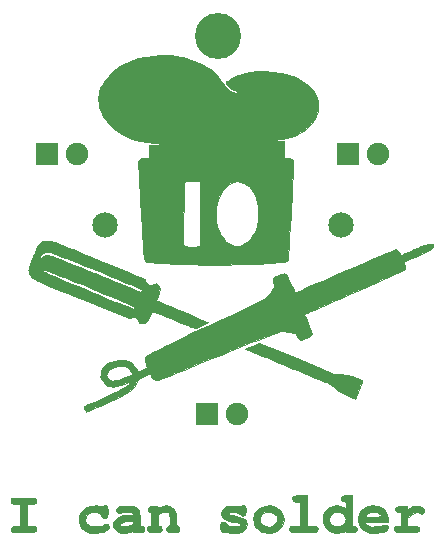
<source format=gbr>
%TF.GenerationSoftware,KiCad,Pcbnew,5.1.6*%
%TF.CreationDate,2020-09-20T17:35:54+02:00*%
%TF.ProjectId,ICanSolder,4943616e-536f-46c6-9465-722e6b696361,rev?*%
%TF.SameCoordinates,Original*%
%TF.FileFunction,Soldermask,Top*%
%TF.FilePolarity,Negative*%
%FSLAX46Y46*%
G04 Gerber Fmt 4.6, Leading zero omitted, Abs format (unit mm)*
G04 Created by KiCad (PCBNEW 5.1.6) date 2020-09-20 17:35:54*
%MOMM*%
%LPD*%
G01*
G04 APERTURE LIST*
%ADD10C,0.010000*%
%ADD11C,3.900000*%
%ADD12C,1.900000*%
%ADD13R,1.900000X1.900000*%
%ADD14C,2.151380*%
G04 APERTURE END LIST*
D10*
%TO.C,Ref\u002A\u002A*%
G36*
X176956677Y-99651759D02*
G01*
X177362836Y-99692486D01*
X177760257Y-99759429D01*
X177960000Y-99802598D01*
X178668618Y-100000616D01*
X179312735Y-100253420D01*
X179892462Y-100561078D01*
X180407908Y-100923658D01*
X180859182Y-101341229D01*
X181246395Y-101813861D01*
X181297349Y-101887143D01*
X181540741Y-102218003D01*
X181768890Y-102470597D01*
X181986963Y-102648828D01*
X182200129Y-102756601D01*
X182413554Y-102797819D01*
X182501173Y-102796473D01*
X182631785Y-102774339D01*
X182682868Y-102736951D01*
X182656769Y-102690610D01*
X182555836Y-102641622D01*
X182430428Y-102606477D01*
X182266575Y-102559824D01*
X182113931Y-102500916D01*
X182040523Y-102463130D01*
X181931041Y-102379265D01*
X181817933Y-102266937D01*
X181715091Y-102144001D01*
X181636406Y-102028315D01*
X181595771Y-101937733D01*
X181599361Y-101896074D01*
X181661758Y-101848580D01*
X181783985Y-101776066D01*
X181948302Y-101687443D01*
X182136968Y-101591623D01*
X182332243Y-101497516D01*
X182516386Y-101414033D01*
X182671657Y-101350085D01*
X182723794Y-101331264D01*
X183227687Y-101179487D01*
X183714761Y-101074350D01*
X184214212Y-101011224D01*
X184755236Y-100985477D01*
X184910880Y-100984333D01*
X185631606Y-101017645D01*
X186311377Y-101116764D01*
X186946394Y-101280463D01*
X187532858Y-101507519D01*
X188066969Y-101796705D01*
X188544928Y-102146795D01*
X188563135Y-102162314D01*
X188899214Y-102497425D01*
X189155953Y-102854165D01*
X189334159Y-103226872D01*
X189434640Y-103609885D01*
X189458204Y-103997545D01*
X189405658Y-104384190D01*
X189277810Y-104764160D01*
X189075469Y-105131793D01*
X188799441Y-105481429D01*
X188450535Y-105807407D01*
X188029558Y-106104065D01*
X187997944Y-106123267D01*
X187696604Y-106287030D01*
X187368246Y-106435430D01*
X187032434Y-106561776D01*
X186708733Y-106659373D01*
X186416706Y-106721531D01*
X186190123Y-106741667D01*
X186031004Y-106754482D01*
X185933584Y-106790398D01*
X185921503Y-106801750D01*
X185901946Y-106864531D01*
X185957643Y-106907206D01*
X186081001Y-106927122D01*
X186264427Y-106921630D01*
X186264847Y-106921592D01*
X186511334Y-106899241D01*
X186511334Y-108350334D01*
X186798247Y-108350334D01*
X187021281Y-108366047D01*
X187176993Y-108416767D01*
X187277370Y-108507859D01*
X187315119Y-108581727D01*
X187318737Y-108639044D01*
X187317472Y-108773706D01*
X187311719Y-108978617D01*
X187301871Y-109246682D01*
X187288320Y-109570803D01*
X187271462Y-109943884D01*
X187251687Y-110358829D01*
X187229391Y-110808542D01*
X187204965Y-111285926D01*
X187178804Y-111783885D01*
X187151301Y-112295322D01*
X187122848Y-112813142D01*
X187093840Y-113330247D01*
X187064668Y-113839542D01*
X187035728Y-114333930D01*
X187007411Y-114806314D01*
X186980112Y-115249599D01*
X186954222Y-115656688D01*
X186930137Y-116020485D01*
X186908248Y-116333894D01*
X186888949Y-116589817D01*
X186872634Y-116781159D01*
X186859696Y-116900823D01*
X186851910Y-116940432D01*
X186814747Y-116996868D01*
X186763584Y-117042834D01*
X186688873Y-117080233D01*
X186581066Y-117110969D01*
X186430618Y-117136946D01*
X186227980Y-117160067D01*
X185963605Y-117182236D01*
X185627945Y-117205356D01*
X185474167Y-117215135D01*
X184137683Y-117285498D01*
X182754410Y-117333000D01*
X181353876Y-117357212D01*
X179965607Y-117357704D01*
X178619133Y-117334048D01*
X178192834Y-117320999D01*
X177813964Y-117306846D01*
X177421316Y-117289896D01*
X177024731Y-117270768D01*
X176634051Y-117250080D01*
X176259117Y-117228450D01*
X175909772Y-117206498D01*
X175595858Y-117184840D01*
X175327216Y-117164096D01*
X175113689Y-117144884D01*
X174965119Y-117127822D01*
X174891488Y-117113582D01*
X174854462Y-117099971D01*
X174821580Y-117085688D01*
X174792303Y-117065761D01*
X174766090Y-117035213D01*
X174742402Y-116989073D01*
X174720697Y-116922366D01*
X174700437Y-116830118D01*
X174681081Y-116707354D01*
X174662088Y-116549102D01*
X174642920Y-116350388D01*
X174623035Y-116106236D01*
X174601894Y-115811674D01*
X174589456Y-115621915D01*
X177988733Y-115621915D01*
X178099442Y-115732624D01*
X178150276Y-115779553D01*
X178202877Y-115810916D01*
X178274668Y-115829843D01*
X178383069Y-115839465D01*
X178545501Y-115842914D01*
X178715386Y-115843334D01*
X178937713Y-115841578D01*
X179092468Y-115834791D01*
X179196697Y-115820694D01*
X179267451Y-115797008D01*
X179320560Y-115762445D01*
X179420500Y-115681556D01*
X179449509Y-113112158D01*
X179449926Y-113070500D01*
X180781648Y-113070500D01*
X180782686Y-113335377D01*
X180787656Y-113536177D01*
X180798805Y-113693472D01*
X180818382Y-113827836D01*
X180848635Y-113959841D01*
X180891812Y-114110061D01*
X180897177Y-114127695D01*
X180967035Y-114334652D01*
X181049421Y-114546334D01*
X181129219Y-114724555D01*
X181148135Y-114761563D01*
X181340696Y-115060690D01*
X181576795Y-115326027D01*
X181840811Y-115543942D01*
X182117123Y-115700805D01*
X182296643Y-115763757D01*
X182508024Y-115786553D01*
X182754247Y-115763470D01*
X183002038Y-115698912D01*
X183107455Y-115656468D01*
X183379745Y-115488604D01*
X183634469Y-115247040D01*
X183864337Y-114942114D01*
X184062057Y-114584168D01*
X184220338Y-114183541D01*
X184274162Y-114001834D01*
X184326898Y-113732924D01*
X184360349Y-113409642D01*
X184374210Y-113059265D01*
X184368178Y-112709075D01*
X184341948Y-112386351D01*
X184295219Y-112118374D01*
X184295127Y-112118000D01*
X184166005Y-111709219D01*
X183991831Y-111332898D01*
X183780467Y-111000418D01*
X183539772Y-110723161D01*
X183277607Y-110512507D01*
X183129428Y-110430243D01*
X182853533Y-110340686D01*
X182557216Y-110312727D01*
X182267786Y-110346497D01*
X182045167Y-110425032D01*
X181775036Y-110601168D01*
X181518671Y-110848604D01*
X181285560Y-111154082D01*
X181085193Y-111504342D01*
X180927059Y-111886126D01*
X180872521Y-112063529D01*
X180835778Y-112212527D01*
X180810164Y-112360316D01*
X180793847Y-112527190D01*
X180784997Y-112733445D01*
X180781782Y-112999375D01*
X180781648Y-113070500D01*
X179449926Y-113070500D01*
X179454746Y-112590059D01*
X179458231Y-112111454D01*
X179459985Y-111681841D01*
X179460027Y-111306717D01*
X179458377Y-110991580D01*
X179455057Y-110741925D01*
X179450086Y-110563250D01*
X179443485Y-110461052D01*
X179439685Y-110440621D01*
X179395179Y-110366704D01*
X179318592Y-110314429D01*
X179197454Y-110280599D01*
X179019297Y-110262015D01*
X178771649Y-110255478D01*
X178717320Y-110255334D01*
X178511279Y-110256543D01*
X178371553Y-110262407D01*
X178279798Y-110276276D01*
X178217674Y-110301501D01*
X178166836Y-110341433D01*
X178148576Y-110359243D01*
X178114250Y-110395374D01*
X178088461Y-110433639D01*
X178069989Y-110485853D01*
X178057611Y-110563832D01*
X178050106Y-110679392D01*
X178046252Y-110844348D01*
X178044827Y-111070516D01*
X178044609Y-111364659D01*
X178043826Y-111620875D01*
X178041627Y-111944999D01*
X178038192Y-112320289D01*
X178033704Y-112730001D01*
X178028343Y-113157393D01*
X178022293Y-113585722D01*
X178016642Y-113944041D01*
X177988733Y-115621915D01*
X174589456Y-115621915D01*
X174578956Y-115461727D01*
X174553682Y-115051422D01*
X174525531Y-114575784D01*
X174493964Y-114029840D01*
X174458440Y-113408615D01*
X174424402Y-112811916D01*
X174391345Y-112232065D01*
X174359694Y-111675381D01*
X174329780Y-111147787D01*
X174301935Y-110655202D01*
X174276491Y-110203548D01*
X174253780Y-109798747D01*
X174234133Y-109446718D01*
X174217883Y-109153384D01*
X174205361Y-108924665D01*
X174196900Y-108766483D01*
X174192832Y-108684758D01*
X174192506Y-108675160D01*
X174220826Y-108597547D01*
X174291482Y-108500221D01*
X174316077Y-108474077D01*
X174383850Y-108412207D01*
X174450258Y-108375324D01*
X174539445Y-108357014D01*
X174675554Y-108350861D01*
X174781744Y-108350334D01*
X175123667Y-108350334D01*
X175123667Y-107243033D01*
X175578750Y-107256933D01*
X175779587Y-107262153D01*
X175910648Y-107261575D01*
X175986749Y-107252894D01*
X176022710Y-107233806D01*
X176033348Y-107202008D01*
X176033834Y-107186167D01*
X176027111Y-107148008D01*
X175997077Y-107121611D01*
X175928928Y-107103256D01*
X175807864Y-107089224D01*
X175619081Y-107075797D01*
X175586462Y-107073757D01*
X174935904Y-107002832D01*
X174309130Y-106874496D01*
X173713007Y-106692594D01*
X173154398Y-106460969D01*
X172640167Y-106183465D01*
X172177180Y-105863926D01*
X171772300Y-105506195D01*
X171432392Y-105114116D01*
X171164321Y-104691534D01*
X171099915Y-104561500D01*
X170971896Y-104258427D01*
X170889604Y-103986758D01*
X170845538Y-103712054D01*
X170832198Y-103399877D01*
X170832514Y-103333834D01*
X170873335Y-102874915D01*
X170987728Y-102443076D01*
X171178678Y-102031446D01*
X171449168Y-101633155D01*
X171692504Y-101353255D01*
X172002569Y-101050080D01*
X172319291Y-100792954D01*
X172669810Y-100561692D01*
X173012891Y-100371265D01*
X173592190Y-100105138D01*
X174189684Y-99901835D01*
X174818657Y-99758128D01*
X175492393Y-99670790D01*
X176020127Y-99640774D01*
X176517275Y-99635203D01*
X176956677Y-99651759D01*
G37*
X176956677Y-99651759D02*
X177362836Y-99692486D01*
X177760257Y-99759429D01*
X177960000Y-99802598D01*
X178668618Y-100000616D01*
X179312735Y-100253420D01*
X179892462Y-100561078D01*
X180407908Y-100923658D01*
X180859182Y-101341229D01*
X181246395Y-101813861D01*
X181297349Y-101887143D01*
X181540741Y-102218003D01*
X181768890Y-102470597D01*
X181986963Y-102648828D01*
X182200129Y-102756601D01*
X182413554Y-102797819D01*
X182501173Y-102796473D01*
X182631785Y-102774339D01*
X182682868Y-102736951D01*
X182656769Y-102690610D01*
X182555836Y-102641622D01*
X182430428Y-102606477D01*
X182266575Y-102559824D01*
X182113931Y-102500916D01*
X182040523Y-102463130D01*
X181931041Y-102379265D01*
X181817933Y-102266937D01*
X181715091Y-102144001D01*
X181636406Y-102028315D01*
X181595771Y-101937733D01*
X181599361Y-101896074D01*
X181661758Y-101848580D01*
X181783985Y-101776066D01*
X181948302Y-101687443D01*
X182136968Y-101591623D01*
X182332243Y-101497516D01*
X182516386Y-101414033D01*
X182671657Y-101350085D01*
X182723794Y-101331264D01*
X183227687Y-101179487D01*
X183714761Y-101074350D01*
X184214212Y-101011224D01*
X184755236Y-100985477D01*
X184910880Y-100984333D01*
X185631606Y-101017645D01*
X186311377Y-101116764D01*
X186946394Y-101280463D01*
X187532858Y-101507519D01*
X188066969Y-101796705D01*
X188544928Y-102146795D01*
X188563135Y-102162314D01*
X188899214Y-102497425D01*
X189155953Y-102854165D01*
X189334159Y-103226872D01*
X189434640Y-103609885D01*
X189458204Y-103997545D01*
X189405658Y-104384190D01*
X189277810Y-104764160D01*
X189075469Y-105131793D01*
X188799441Y-105481429D01*
X188450535Y-105807407D01*
X188029558Y-106104065D01*
X187997944Y-106123267D01*
X187696604Y-106287030D01*
X187368246Y-106435430D01*
X187032434Y-106561776D01*
X186708733Y-106659373D01*
X186416706Y-106721531D01*
X186190123Y-106741667D01*
X186031004Y-106754482D01*
X185933584Y-106790398D01*
X185921503Y-106801750D01*
X185901946Y-106864531D01*
X185957643Y-106907206D01*
X186081001Y-106927122D01*
X186264427Y-106921630D01*
X186264847Y-106921592D01*
X186511334Y-106899241D01*
X186511334Y-108350334D01*
X186798247Y-108350334D01*
X187021281Y-108366047D01*
X187176993Y-108416767D01*
X187277370Y-108507859D01*
X187315119Y-108581727D01*
X187318737Y-108639044D01*
X187317472Y-108773706D01*
X187311719Y-108978617D01*
X187301871Y-109246682D01*
X187288320Y-109570803D01*
X187271462Y-109943884D01*
X187251687Y-110358829D01*
X187229391Y-110808542D01*
X187204965Y-111285926D01*
X187178804Y-111783885D01*
X187151301Y-112295322D01*
X187122848Y-112813142D01*
X187093840Y-113330247D01*
X187064668Y-113839542D01*
X187035728Y-114333930D01*
X187007411Y-114806314D01*
X186980112Y-115249599D01*
X186954222Y-115656688D01*
X186930137Y-116020485D01*
X186908248Y-116333894D01*
X186888949Y-116589817D01*
X186872634Y-116781159D01*
X186859696Y-116900823D01*
X186851910Y-116940432D01*
X186814747Y-116996868D01*
X186763584Y-117042834D01*
X186688873Y-117080233D01*
X186581066Y-117110969D01*
X186430618Y-117136946D01*
X186227980Y-117160067D01*
X185963605Y-117182236D01*
X185627945Y-117205356D01*
X185474167Y-117215135D01*
X184137683Y-117285498D01*
X182754410Y-117333000D01*
X181353876Y-117357212D01*
X179965607Y-117357704D01*
X178619133Y-117334048D01*
X178192834Y-117320999D01*
X177813964Y-117306846D01*
X177421316Y-117289896D01*
X177024731Y-117270768D01*
X176634051Y-117250080D01*
X176259117Y-117228450D01*
X175909772Y-117206498D01*
X175595858Y-117184840D01*
X175327216Y-117164096D01*
X175113689Y-117144884D01*
X174965119Y-117127822D01*
X174891488Y-117113582D01*
X174854462Y-117099971D01*
X174821580Y-117085688D01*
X174792303Y-117065761D01*
X174766090Y-117035213D01*
X174742402Y-116989073D01*
X174720697Y-116922366D01*
X174700437Y-116830118D01*
X174681081Y-116707354D01*
X174662088Y-116549102D01*
X174642920Y-116350388D01*
X174623035Y-116106236D01*
X174601894Y-115811674D01*
X174589456Y-115621915D01*
X177988733Y-115621915D01*
X178099442Y-115732624D01*
X178150276Y-115779553D01*
X178202877Y-115810916D01*
X178274668Y-115829843D01*
X178383069Y-115839465D01*
X178545501Y-115842914D01*
X178715386Y-115843334D01*
X178937713Y-115841578D01*
X179092468Y-115834791D01*
X179196697Y-115820694D01*
X179267451Y-115797008D01*
X179320560Y-115762445D01*
X179420500Y-115681556D01*
X179449509Y-113112158D01*
X179449926Y-113070500D01*
X180781648Y-113070500D01*
X180782686Y-113335377D01*
X180787656Y-113536177D01*
X180798805Y-113693472D01*
X180818382Y-113827836D01*
X180848635Y-113959841D01*
X180891812Y-114110061D01*
X180897177Y-114127695D01*
X180967035Y-114334652D01*
X181049421Y-114546334D01*
X181129219Y-114724555D01*
X181148135Y-114761563D01*
X181340696Y-115060690D01*
X181576795Y-115326027D01*
X181840811Y-115543942D01*
X182117123Y-115700805D01*
X182296643Y-115763757D01*
X182508024Y-115786553D01*
X182754247Y-115763470D01*
X183002038Y-115698912D01*
X183107455Y-115656468D01*
X183379745Y-115488604D01*
X183634469Y-115247040D01*
X183864337Y-114942114D01*
X184062057Y-114584168D01*
X184220338Y-114183541D01*
X184274162Y-114001834D01*
X184326898Y-113732924D01*
X184360349Y-113409642D01*
X184374210Y-113059265D01*
X184368178Y-112709075D01*
X184341948Y-112386351D01*
X184295219Y-112118374D01*
X184295127Y-112118000D01*
X184166005Y-111709219D01*
X183991831Y-111332898D01*
X183780467Y-111000418D01*
X183539772Y-110723161D01*
X183277607Y-110512507D01*
X183129428Y-110430243D01*
X182853533Y-110340686D01*
X182557216Y-110312727D01*
X182267786Y-110346497D01*
X182045167Y-110425032D01*
X181775036Y-110601168D01*
X181518671Y-110848604D01*
X181285560Y-111154082D01*
X181085193Y-111504342D01*
X180927059Y-111886126D01*
X180872521Y-112063529D01*
X180835778Y-112212527D01*
X180810164Y-112360316D01*
X180793847Y-112527190D01*
X180784997Y-112733445D01*
X180781782Y-112999375D01*
X180781648Y-113070500D01*
X179449926Y-113070500D01*
X179454746Y-112590059D01*
X179458231Y-112111454D01*
X179459985Y-111681841D01*
X179460027Y-111306717D01*
X179458377Y-110991580D01*
X179455057Y-110741925D01*
X179450086Y-110563250D01*
X179443485Y-110461052D01*
X179439685Y-110440621D01*
X179395179Y-110366704D01*
X179318592Y-110314429D01*
X179197454Y-110280599D01*
X179019297Y-110262015D01*
X178771649Y-110255478D01*
X178717320Y-110255334D01*
X178511279Y-110256543D01*
X178371553Y-110262407D01*
X178279798Y-110276276D01*
X178217674Y-110301501D01*
X178166836Y-110341433D01*
X178148576Y-110359243D01*
X178114250Y-110395374D01*
X178088461Y-110433639D01*
X178069989Y-110485853D01*
X178057611Y-110563832D01*
X178050106Y-110679392D01*
X178046252Y-110844348D01*
X178044827Y-111070516D01*
X178044609Y-111364659D01*
X178043826Y-111620875D01*
X178041627Y-111944999D01*
X178038192Y-112320289D01*
X178033704Y-112730001D01*
X178028343Y-113157393D01*
X178022293Y-113585722D01*
X178016642Y-113944041D01*
X177988733Y-115621915D01*
X174589456Y-115621915D01*
X174578956Y-115461727D01*
X174553682Y-115051422D01*
X174525531Y-114575784D01*
X174493964Y-114029840D01*
X174458440Y-113408615D01*
X174424402Y-112811916D01*
X174391345Y-112232065D01*
X174359694Y-111675381D01*
X174329780Y-111147787D01*
X174301935Y-110655202D01*
X174276491Y-110203548D01*
X174253780Y-109798747D01*
X174234133Y-109446718D01*
X174217883Y-109153384D01*
X174205361Y-108924665D01*
X174196900Y-108766483D01*
X174192832Y-108684758D01*
X174192506Y-108675160D01*
X174220826Y-108597547D01*
X174291482Y-108500221D01*
X174316077Y-108474077D01*
X174383850Y-108412207D01*
X174450258Y-108375324D01*
X174539445Y-108357014D01*
X174675554Y-108350861D01*
X174781744Y-108350334D01*
X175123667Y-108350334D01*
X175123667Y-107243033D01*
X175578750Y-107256933D01*
X175779587Y-107262153D01*
X175910648Y-107261575D01*
X175986749Y-107252894D01*
X176022710Y-107233806D01*
X176033348Y-107202008D01*
X176033834Y-107186167D01*
X176027111Y-107148008D01*
X175997077Y-107121611D01*
X175928928Y-107103256D01*
X175807864Y-107089224D01*
X175619081Y-107075797D01*
X175586462Y-107073757D01*
X174935904Y-107002832D01*
X174309130Y-106874496D01*
X173713007Y-106692594D01*
X173154398Y-106460969D01*
X172640167Y-106183465D01*
X172177180Y-105863926D01*
X171772300Y-105506195D01*
X171432392Y-105114116D01*
X171164321Y-104691534D01*
X171099915Y-104561500D01*
X170971896Y-104258427D01*
X170889604Y-103986758D01*
X170845538Y-103712054D01*
X170832198Y-103399877D01*
X170832514Y-103333834D01*
X170873335Y-102874915D01*
X170987728Y-102443076D01*
X171178678Y-102031446D01*
X171449168Y-101633155D01*
X171692504Y-101353255D01*
X172002569Y-101050080D01*
X172319291Y-100792954D01*
X172669810Y-100561692D01*
X173012891Y-100371265D01*
X173592190Y-100105138D01*
X174189684Y-99901835D01*
X174818657Y-99758128D01*
X175492393Y-99670790D01*
X176020127Y-99640774D01*
X176517275Y-99635203D01*
X176956677Y-99651759D01*
G36*
X166564391Y-115325745D02*
G01*
X166607600Y-115328770D01*
X166657125Y-115335731D01*
X166716539Y-115348033D01*
X166789419Y-115367077D01*
X166879338Y-115394269D01*
X166989873Y-115431012D01*
X167124597Y-115478709D01*
X167287087Y-115538764D01*
X167480917Y-115612581D01*
X167709662Y-115701563D01*
X167976897Y-115807114D01*
X168286197Y-115930637D01*
X168641137Y-116073537D01*
X169045293Y-116237216D01*
X169502239Y-116423079D01*
X170015550Y-116632529D01*
X170588802Y-116866969D01*
X171225569Y-117127804D01*
X171929426Y-117416437D01*
X172703948Y-117734271D01*
X173552711Y-118082710D01*
X173674734Y-118132810D01*
X174744634Y-118572093D01*
X174786783Y-118728623D01*
X174864180Y-118888354D01*
X174989578Y-119015993D01*
X175139312Y-119091196D01*
X175222165Y-119102842D01*
X175350827Y-119079976D01*
X175484371Y-119024474D01*
X175495603Y-119017874D01*
X175593749Y-118965206D01*
X175665137Y-118958253D01*
X175752097Y-118993789D01*
X175759787Y-118997746D01*
X175908967Y-119108821D01*
X175994192Y-119257808D01*
X176016003Y-119449668D01*
X175974939Y-119689362D01*
X175871539Y-119981851D01*
X175867808Y-119990715D01*
X175801151Y-120153227D01*
X175749681Y-120287725D01*
X175720880Y-120374221D01*
X175717305Y-120392882D01*
X175755573Y-120416526D01*
X175865305Y-120468832D01*
X176039448Y-120546786D01*
X176270951Y-120647370D01*
X176552760Y-120767569D01*
X176877822Y-120904366D01*
X177239085Y-121054746D01*
X177629497Y-121215691D01*
X177901244Y-121326864D01*
X178306870Y-121493058D01*
X178687841Y-121650608D01*
X179037131Y-121796509D01*
X179347715Y-121927756D01*
X179612566Y-122041344D01*
X179824660Y-122134269D01*
X179976971Y-122203526D01*
X180062473Y-122246111D01*
X180078890Y-122258197D01*
X180040047Y-122290044D01*
X179939715Y-122345032D01*
X179795279Y-122415525D01*
X179624126Y-122493889D01*
X179443642Y-122572489D01*
X179271214Y-122643690D01*
X179124226Y-122699857D01*
X179020065Y-122733357D01*
X178983222Y-122739340D01*
X178929850Y-122722679D01*
X178806956Y-122676913D01*
X178623180Y-122605482D01*
X178387162Y-122511824D01*
X178107543Y-122399380D01*
X177792961Y-122271590D01*
X177452057Y-122131892D01*
X177303834Y-122070795D01*
X176949249Y-121924443D01*
X176613118Y-121785811D01*
X176304843Y-121658772D01*
X176033827Y-121547195D01*
X175809474Y-121454950D01*
X175641185Y-121385909D01*
X175538366Y-121343942D01*
X175519218Y-121336219D01*
X175343270Y-121265861D01*
X175180552Y-121670730D01*
X175055152Y-121948701D01*
X174930561Y-122148426D01*
X174799443Y-122275929D01*
X174654460Y-122337239D01*
X174488278Y-122338381D01*
X174392958Y-122317727D01*
X174281991Y-122269455D01*
X174229445Y-122190787D01*
X174221446Y-122158979D01*
X174175004Y-122048084D01*
X174093817Y-121937246D01*
X174086179Y-121929391D01*
X173926031Y-121816086D01*
X173754122Y-121786481D01*
X173567254Y-121840043D01*
X173562701Y-121842276D01*
X173401703Y-121921931D01*
X169406563Y-120287473D01*
X168752617Y-120019792D01*
X168172515Y-119781963D01*
X167661651Y-119571995D01*
X167215418Y-119387897D01*
X166829210Y-119227678D01*
X166498419Y-119089348D01*
X166218440Y-118970914D01*
X165984666Y-118870388D01*
X165792491Y-118785776D01*
X165637308Y-118715089D01*
X165514511Y-118656336D01*
X165419493Y-118607525D01*
X165347647Y-118566666D01*
X165294368Y-118531769D01*
X165255048Y-118500841D01*
X165239369Y-118486424D01*
X165057345Y-118267330D01*
X164944483Y-118034634D01*
X164919940Y-117885174D01*
X166152393Y-117885174D01*
X166175415Y-117950211D01*
X166219724Y-117975514D01*
X166335896Y-118029957D01*
X166517349Y-118110817D01*
X166757506Y-118215369D01*
X167049785Y-118340889D01*
X167387608Y-118484653D01*
X167764394Y-118643937D01*
X168173565Y-118816015D01*
X168608540Y-118998164D01*
X169062741Y-119187659D01*
X169529586Y-119381777D01*
X170002498Y-119577792D01*
X170474896Y-119772981D01*
X170940201Y-119964619D01*
X171391833Y-120149982D01*
X171823212Y-120326345D01*
X172227759Y-120490985D01*
X172598894Y-120641176D01*
X172930038Y-120774195D01*
X173214611Y-120887317D01*
X173446034Y-120977819D01*
X173617726Y-121042975D01*
X173723109Y-121080061D01*
X173753233Y-121087843D01*
X173847876Y-121067249D01*
X173890099Y-121036277D01*
X173913317Y-120967032D01*
X173884699Y-120914010D01*
X173838834Y-120888919D01*
X173719973Y-120834239D01*
X173533559Y-120752258D01*
X173285031Y-120645266D01*
X172979833Y-120515551D01*
X172623404Y-120365402D01*
X172221185Y-120197108D01*
X171778619Y-120012957D01*
X171301147Y-119815239D01*
X170794208Y-119606241D01*
X170263246Y-119388253D01*
X170044648Y-119298764D01*
X169410275Y-119039431D01*
X168849615Y-118810615D01*
X168358105Y-118610557D01*
X167931185Y-118437498D01*
X167564295Y-118289680D01*
X167252872Y-118165341D01*
X166992356Y-118062724D01*
X166778186Y-117980070D01*
X166605801Y-117915618D01*
X166470640Y-117867609D01*
X166368141Y-117834286D01*
X166293745Y-117813887D01*
X166242889Y-117804654D01*
X166211013Y-117804829D01*
X166193556Y-117812650D01*
X166193032Y-117813159D01*
X166152393Y-117885174D01*
X164919940Y-117885174D01*
X164907896Y-117811834D01*
X164924281Y-117726399D01*
X164969456Y-117577131D01*
X165037998Y-117377645D01*
X165124484Y-117141553D01*
X165223491Y-116882469D01*
X165295338Y-116700684D01*
X165875669Y-116700684D01*
X165927402Y-116763704D01*
X166013246Y-116759806D01*
X166139885Y-116688086D01*
X166178297Y-116659762D01*
X166225665Y-116623345D01*
X166270104Y-116592051D01*
X166316371Y-116567454D01*
X166369222Y-116551125D01*
X166433412Y-116544637D01*
X166513697Y-116549561D01*
X166614832Y-116567471D01*
X166741575Y-116599938D01*
X166898680Y-116648536D01*
X167090904Y-116714835D01*
X167323001Y-116800409D01*
X167599729Y-116906829D01*
X167925843Y-117035669D01*
X168306098Y-117188500D01*
X168745251Y-117366895D01*
X169248058Y-117572426D01*
X169819273Y-117806665D01*
X170463654Y-118071184D01*
X170530500Y-118098624D01*
X171068553Y-118319143D01*
X171585501Y-118530354D01*
X172075832Y-118730042D01*
X172534032Y-118915990D01*
X172954589Y-119085984D01*
X173331990Y-119237808D01*
X173660722Y-119369247D01*
X173935274Y-119478085D01*
X174150131Y-119562106D01*
X174299782Y-119619096D01*
X174378713Y-119646838D01*
X174388888Y-119649246D01*
X174473285Y-119623356D01*
X174506860Y-119582318D01*
X174515844Y-119563603D01*
X174524586Y-119547034D01*
X174529204Y-119530910D01*
X174525814Y-119513529D01*
X174510534Y-119493189D01*
X174479482Y-119468191D01*
X174428773Y-119436831D01*
X174354527Y-119397408D01*
X174252859Y-119348222D01*
X174119887Y-119287570D01*
X173951729Y-119213752D01*
X173744501Y-119125066D01*
X173494322Y-119019811D01*
X173197307Y-118896285D01*
X172849575Y-118752786D01*
X172447242Y-118587614D01*
X171986426Y-118399067D01*
X171463245Y-118185444D01*
X170873815Y-117945043D01*
X170214253Y-117676163D01*
X169480677Y-117377102D01*
X169389449Y-117339904D01*
X168945768Y-117159701D01*
X168521480Y-116988738D01*
X168123693Y-116829794D01*
X167759515Y-116685643D01*
X167436055Y-116559063D01*
X167160419Y-116452829D01*
X166939718Y-116369718D01*
X166781057Y-116312508D01*
X166691546Y-116283973D01*
X166679678Y-116281477D01*
X166523799Y-116278080D01*
X166356683Y-116299580D01*
X166325077Y-116307184D01*
X166179958Y-116365020D01*
X166045223Y-116450324D01*
X165938821Y-116547378D01*
X165878704Y-116640466D01*
X165875669Y-116700684D01*
X165295338Y-116700684D01*
X165329596Y-116614008D01*
X165437375Y-116349782D01*
X165541407Y-116103405D01*
X165636267Y-115888491D01*
X165716533Y-115718654D01*
X165776782Y-115607507D01*
X165797643Y-115578266D01*
X165951673Y-115460106D01*
X166165018Y-115374920D01*
X166416261Y-115330170D01*
X166523921Y-115325252D01*
X166564391Y-115325745D01*
G37*
X166564391Y-115325745D02*
X166607600Y-115328770D01*
X166657125Y-115335731D01*
X166716539Y-115348033D01*
X166789419Y-115367077D01*
X166879338Y-115394269D01*
X166989873Y-115431012D01*
X167124597Y-115478709D01*
X167287087Y-115538764D01*
X167480917Y-115612581D01*
X167709662Y-115701563D01*
X167976897Y-115807114D01*
X168286197Y-115930637D01*
X168641137Y-116073537D01*
X169045293Y-116237216D01*
X169502239Y-116423079D01*
X170015550Y-116632529D01*
X170588802Y-116866969D01*
X171225569Y-117127804D01*
X171929426Y-117416437D01*
X172703948Y-117734271D01*
X173552711Y-118082710D01*
X173674734Y-118132810D01*
X174744634Y-118572093D01*
X174786783Y-118728623D01*
X174864180Y-118888354D01*
X174989578Y-119015993D01*
X175139312Y-119091196D01*
X175222165Y-119102842D01*
X175350827Y-119079976D01*
X175484371Y-119024474D01*
X175495603Y-119017874D01*
X175593749Y-118965206D01*
X175665137Y-118958253D01*
X175752097Y-118993789D01*
X175759787Y-118997746D01*
X175908967Y-119108821D01*
X175994192Y-119257808D01*
X176016003Y-119449668D01*
X175974939Y-119689362D01*
X175871539Y-119981851D01*
X175867808Y-119990715D01*
X175801151Y-120153227D01*
X175749681Y-120287725D01*
X175720880Y-120374221D01*
X175717305Y-120392882D01*
X175755573Y-120416526D01*
X175865305Y-120468832D01*
X176039448Y-120546786D01*
X176270951Y-120647370D01*
X176552760Y-120767569D01*
X176877822Y-120904366D01*
X177239085Y-121054746D01*
X177629497Y-121215691D01*
X177901244Y-121326864D01*
X178306870Y-121493058D01*
X178687841Y-121650608D01*
X179037131Y-121796509D01*
X179347715Y-121927756D01*
X179612566Y-122041344D01*
X179824660Y-122134269D01*
X179976971Y-122203526D01*
X180062473Y-122246111D01*
X180078890Y-122258197D01*
X180040047Y-122290044D01*
X179939715Y-122345032D01*
X179795279Y-122415525D01*
X179624126Y-122493889D01*
X179443642Y-122572489D01*
X179271214Y-122643690D01*
X179124226Y-122699857D01*
X179020065Y-122733357D01*
X178983222Y-122739340D01*
X178929850Y-122722679D01*
X178806956Y-122676913D01*
X178623180Y-122605482D01*
X178387162Y-122511824D01*
X178107543Y-122399380D01*
X177792961Y-122271590D01*
X177452057Y-122131892D01*
X177303834Y-122070795D01*
X176949249Y-121924443D01*
X176613118Y-121785811D01*
X176304843Y-121658772D01*
X176033827Y-121547195D01*
X175809474Y-121454950D01*
X175641185Y-121385909D01*
X175538366Y-121343942D01*
X175519218Y-121336219D01*
X175343270Y-121265861D01*
X175180552Y-121670730D01*
X175055152Y-121948701D01*
X174930561Y-122148426D01*
X174799443Y-122275929D01*
X174654460Y-122337239D01*
X174488278Y-122338381D01*
X174392958Y-122317727D01*
X174281991Y-122269455D01*
X174229445Y-122190787D01*
X174221446Y-122158979D01*
X174175004Y-122048084D01*
X174093817Y-121937246D01*
X174086179Y-121929391D01*
X173926031Y-121816086D01*
X173754122Y-121786481D01*
X173567254Y-121840043D01*
X173562701Y-121842276D01*
X173401703Y-121921931D01*
X169406563Y-120287473D01*
X168752617Y-120019792D01*
X168172515Y-119781963D01*
X167661651Y-119571995D01*
X167215418Y-119387897D01*
X166829210Y-119227678D01*
X166498419Y-119089348D01*
X166218440Y-118970914D01*
X165984666Y-118870388D01*
X165792491Y-118785776D01*
X165637308Y-118715089D01*
X165514511Y-118656336D01*
X165419493Y-118607525D01*
X165347647Y-118566666D01*
X165294368Y-118531769D01*
X165255048Y-118500841D01*
X165239369Y-118486424D01*
X165057345Y-118267330D01*
X164944483Y-118034634D01*
X164919940Y-117885174D01*
X166152393Y-117885174D01*
X166175415Y-117950211D01*
X166219724Y-117975514D01*
X166335896Y-118029957D01*
X166517349Y-118110817D01*
X166757506Y-118215369D01*
X167049785Y-118340889D01*
X167387608Y-118484653D01*
X167764394Y-118643937D01*
X168173565Y-118816015D01*
X168608540Y-118998164D01*
X169062741Y-119187659D01*
X169529586Y-119381777D01*
X170002498Y-119577792D01*
X170474896Y-119772981D01*
X170940201Y-119964619D01*
X171391833Y-120149982D01*
X171823212Y-120326345D01*
X172227759Y-120490985D01*
X172598894Y-120641176D01*
X172930038Y-120774195D01*
X173214611Y-120887317D01*
X173446034Y-120977819D01*
X173617726Y-121042975D01*
X173723109Y-121080061D01*
X173753233Y-121087843D01*
X173847876Y-121067249D01*
X173890099Y-121036277D01*
X173913317Y-120967032D01*
X173884699Y-120914010D01*
X173838834Y-120888919D01*
X173719973Y-120834239D01*
X173533559Y-120752258D01*
X173285031Y-120645266D01*
X172979833Y-120515551D01*
X172623404Y-120365402D01*
X172221185Y-120197108D01*
X171778619Y-120012957D01*
X171301147Y-119815239D01*
X170794208Y-119606241D01*
X170263246Y-119388253D01*
X170044648Y-119298764D01*
X169410275Y-119039431D01*
X168849615Y-118810615D01*
X168358105Y-118610557D01*
X167931185Y-118437498D01*
X167564295Y-118289680D01*
X167252872Y-118165341D01*
X166992356Y-118062724D01*
X166778186Y-117980070D01*
X166605801Y-117915618D01*
X166470640Y-117867609D01*
X166368141Y-117834286D01*
X166293745Y-117813887D01*
X166242889Y-117804654D01*
X166211013Y-117804829D01*
X166193556Y-117812650D01*
X166193032Y-117813159D01*
X166152393Y-117885174D01*
X164919940Y-117885174D01*
X164907896Y-117811834D01*
X164924281Y-117726399D01*
X164969456Y-117577131D01*
X165037998Y-117377645D01*
X165124484Y-117141553D01*
X165223491Y-116882469D01*
X165295338Y-116700684D01*
X165875669Y-116700684D01*
X165927402Y-116763704D01*
X166013246Y-116759806D01*
X166139885Y-116688086D01*
X166178297Y-116659762D01*
X166225665Y-116623345D01*
X166270104Y-116592051D01*
X166316371Y-116567454D01*
X166369222Y-116551125D01*
X166433412Y-116544637D01*
X166513697Y-116549561D01*
X166614832Y-116567471D01*
X166741575Y-116599938D01*
X166898680Y-116648536D01*
X167090904Y-116714835D01*
X167323001Y-116800409D01*
X167599729Y-116906829D01*
X167925843Y-117035669D01*
X168306098Y-117188500D01*
X168745251Y-117366895D01*
X169248058Y-117572426D01*
X169819273Y-117806665D01*
X170463654Y-118071184D01*
X170530500Y-118098624D01*
X171068553Y-118319143D01*
X171585501Y-118530354D01*
X172075832Y-118730042D01*
X172534032Y-118915990D01*
X172954589Y-119085984D01*
X173331990Y-119237808D01*
X173660722Y-119369247D01*
X173935274Y-119478085D01*
X174150131Y-119562106D01*
X174299782Y-119619096D01*
X174378713Y-119646838D01*
X174388888Y-119649246D01*
X174473285Y-119623356D01*
X174506860Y-119582318D01*
X174515844Y-119563603D01*
X174524586Y-119547034D01*
X174529204Y-119530910D01*
X174525814Y-119513529D01*
X174510534Y-119493189D01*
X174479482Y-119468191D01*
X174428773Y-119436831D01*
X174354527Y-119397408D01*
X174252859Y-119348222D01*
X174119887Y-119287570D01*
X173951729Y-119213752D01*
X173744501Y-119125066D01*
X173494322Y-119019811D01*
X173197307Y-118896285D01*
X172849575Y-118752786D01*
X172447242Y-118587614D01*
X171986426Y-118399067D01*
X171463245Y-118185444D01*
X170873815Y-117945043D01*
X170214253Y-117676163D01*
X169480677Y-117377102D01*
X169389449Y-117339904D01*
X168945768Y-117159701D01*
X168521480Y-116988738D01*
X168123693Y-116829794D01*
X167759515Y-116685643D01*
X167436055Y-116559063D01*
X167160419Y-116452829D01*
X166939718Y-116369718D01*
X166781057Y-116312508D01*
X166691546Y-116283973D01*
X166679678Y-116281477D01*
X166523799Y-116278080D01*
X166356683Y-116299580D01*
X166325077Y-116307184D01*
X166179958Y-116365020D01*
X166045223Y-116450324D01*
X165938821Y-116547378D01*
X165878704Y-116640466D01*
X165875669Y-116700684D01*
X165295338Y-116700684D01*
X165329596Y-116614008D01*
X165437375Y-116349782D01*
X165541407Y-116103405D01*
X165636267Y-115888491D01*
X165716533Y-115718654D01*
X165776782Y-115607507D01*
X165797643Y-115578266D01*
X165951673Y-115460106D01*
X166165018Y-115374920D01*
X166416261Y-115330170D01*
X166523921Y-115325252D01*
X166564391Y-115325745D01*
G36*
X187621430Y-125304697D02*
G01*
X190780627Y-126596929D01*
X191196564Y-126611180D01*
X191470217Y-126631634D01*
X191747452Y-126671102D01*
X191951167Y-126714912D01*
X192109265Y-126761586D01*
X192300988Y-126825538D01*
X192508725Y-126899998D01*
X192714866Y-126978199D01*
X192901802Y-127053371D01*
X193051920Y-127118745D01*
X193147612Y-127167553D01*
X193168902Y-127182969D01*
X193165113Y-127231524D01*
X193132665Y-127342266D01*
X193077566Y-127500438D01*
X193005828Y-127691287D01*
X192923459Y-127900059D01*
X192836471Y-128111998D01*
X192750873Y-128312350D01*
X192672675Y-128486361D01*
X192607887Y-128619275D01*
X192562519Y-128696340D01*
X192547044Y-128709628D01*
X192491382Y-128692658D01*
X192376119Y-128649094D01*
X192219351Y-128585983D01*
X192078167Y-128526987D01*
X191668592Y-128344084D01*
X191331396Y-128172302D01*
X191056126Y-128005235D01*
X190832328Y-127836478D01*
X190649548Y-127659625D01*
X190633743Y-127641950D01*
X190601877Y-127607321D01*
X190566436Y-127574011D01*
X190522090Y-127539643D01*
X190463505Y-127501840D01*
X190385350Y-127458227D01*
X190282293Y-127406426D01*
X190149001Y-127344060D01*
X189980143Y-127268754D01*
X189770386Y-127178130D01*
X189514398Y-127069812D01*
X189206848Y-126941423D01*
X188842403Y-126790587D01*
X188415731Y-126614927D01*
X187921500Y-126412066D01*
X187354378Y-126179628D01*
X187336834Y-126172440D01*
X186834779Y-125966791D01*
X186345515Y-125766474D01*
X185876156Y-125574396D01*
X185433817Y-125393464D01*
X185025611Y-125226586D01*
X184658652Y-125076669D01*
X184340055Y-124946620D01*
X184076934Y-124839347D01*
X183876403Y-124757755D01*
X183745576Y-124704754D01*
X183727344Y-124697415D01*
X183547422Y-124621960D01*
X183403987Y-124555665D01*
X183310934Y-124505412D01*
X183282156Y-124478083D01*
X183282844Y-124477261D01*
X183332138Y-124452703D01*
X183445711Y-124404616D01*
X183608536Y-124339119D01*
X183805585Y-124262330D01*
X183888699Y-124230555D01*
X184462232Y-124012465D01*
X187621430Y-125304697D01*
G37*
X187621430Y-125304697D02*
X190780627Y-126596929D01*
X191196564Y-126611180D01*
X191470217Y-126631634D01*
X191747452Y-126671102D01*
X191951167Y-126714912D01*
X192109265Y-126761586D01*
X192300988Y-126825538D01*
X192508725Y-126899998D01*
X192714866Y-126978199D01*
X192901802Y-127053371D01*
X193051920Y-127118745D01*
X193147612Y-127167553D01*
X193168902Y-127182969D01*
X193165113Y-127231524D01*
X193132665Y-127342266D01*
X193077566Y-127500438D01*
X193005828Y-127691287D01*
X192923459Y-127900059D01*
X192836471Y-128111998D01*
X192750873Y-128312350D01*
X192672675Y-128486361D01*
X192607887Y-128619275D01*
X192562519Y-128696340D01*
X192547044Y-128709628D01*
X192491382Y-128692658D01*
X192376119Y-128649094D01*
X192219351Y-128585983D01*
X192078167Y-128526987D01*
X191668592Y-128344084D01*
X191331396Y-128172302D01*
X191056126Y-128005235D01*
X190832328Y-127836478D01*
X190649548Y-127659625D01*
X190633743Y-127641950D01*
X190601877Y-127607321D01*
X190566436Y-127574011D01*
X190522090Y-127539643D01*
X190463505Y-127501840D01*
X190385350Y-127458227D01*
X190282293Y-127406426D01*
X190149001Y-127344060D01*
X189980143Y-127268754D01*
X189770386Y-127178130D01*
X189514398Y-127069812D01*
X189206848Y-126941423D01*
X188842403Y-126790587D01*
X188415731Y-126614927D01*
X187921500Y-126412066D01*
X187354378Y-126179628D01*
X187336834Y-126172440D01*
X186834779Y-125966791D01*
X186345515Y-125766474D01*
X185876156Y-125574396D01*
X185433817Y-125393464D01*
X185025611Y-125226586D01*
X184658652Y-125076669D01*
X184340055Y-124946620D01*
X184076934Y-124839347D01*
X183876403Y-124757755D01*
X183745576Y-124704754D01*
X183727344Y-124697415D01*
X183547422Y-124621960D01*
X183403987Y-124555665D01*
X183310934Y-124505412D01*
X183282156Y-124478083D01*
X183282844Y-124477261D01*
X183332138Y-124452703D01*
X183445711Y-124404616D01*
X183608536Y-124339119D01*
X183805585Y-124262330D01*
X183888699Y-124230555D01*
X184462232Y-124012465D01*
X187621430Y-125304697D01*
G36*
X198993681Y-115603012D02*
G01*
X199020834Y-115607707D01*
X199123445Y-115638381D01*
X199164411Y-115690756D01*
X199169000Y-115736170D01*
X199130220Y-115864511D01*
X199022275Y-116000917D01*
X198857754Y-116131445D01*
X198759752Y-116189328D01*
X198661544Y-116237799D01*
X198499724Y-116313076D01*
X198288554Y-116408730D01*
X198042292Y-116518332D01*
X197775198Y-116635452D01*
X197645000Y-116691925D01*
X197385675Y-116804614D01*
X197152082Y-116907300D01*
X196955558Y-116994905D01*
X196807440Y-117062349D01*
X196719063Y-117104551D01*
X196699481Y-117115599D01*
X196693165Y-117169415D01*
X196724133Y-117261388D01*
X196731231Y-117275700D01*
X196787044Y-117446886D01*
X196794457Y-117626559D01*
X196771884Y-117725668D01*
X196720640Y-117783328D01*
X196619231Y-117854026D01*
X196549634Y-117892201D01*
X196484374Y-117922354D01*
X196346915Y-117983952D01*
X196142673Y-118074618D01*
X195877063Y-118191970D01*
X195555503Y-118333630D01*
X195183409Y-118497217D01*
X194766197Y-118680353D01*
X194309284Y-118880657D01*
X193818085Y-119095749D01*
X193298018Y-119323251D01*
X192754498Y-119560783D01*
X192300417Y-119759058D01*
X191746537Y-120001133D01*
X191215001Y-120234061D01*
X190710894Y-120455579D01*
X190239303Y-120663423D01*
X189805317Y-120855331D01*
X189414021Y-121029040D01*
X189070504Y-121182287D01*
X188779852Y-121312810D01*
X188547152Y-121418345D01*
X188377492Y-121496630D01*
X188275958Y-121545402D01*
X188247000Y-121562075D01*
X188263252Y-121609803D01*
X188308454Y-121722212D01*
X188377273Y-121886569D01*
X188464378Y-122090139D01*
X188564437Y-122320189D01*
X188564500Y-122320334D01*
X188665610Y-122557225D01*
X188753421Y-122774749D01*
X188822422Y-122958281D01*
X188867102Y-123093196D01*
X188882000Y-123162851D01*
X188870924Y-123245188D01*
X188829614Y-123315730D01*
X188745951Y-123384109D01*
X188607816Y-123459957D01*
X188403087Y-123552907D01*
X188377130Y-123564096D01*
X188151433Y-123655915D01*
X187985448Y-123705309D01*
X187863873Y-123709106D01*
X187771402Y-123664135D01*
X187692731Y-123567223D01*
X187612557Y-123415201D01*
X187607537Y-123404624D01*
X187485701Y-123147001D01*
X186966767Y-123074127D01*
X186754689Y-123045567D01*
X186562779Y-123021945D01*
X186412367Y-123005744D01*
X186325703Y-122999460D01*
X186244340Y-123015134D01*
X186088396Y-123062528D01*
X185861236Y-123140311D01*
X185566227Y-123247151D01*
X185206735Y-123381717D01*
X184786127Y-123542676D01*
X184307770Y-123728697D01*
X183775029Y-123938448D01*
X183191271Y-124170597D01*
X182559863Y-124423813D01*
X181884171Y-124696764D01*
X181167561Y-124988118D01*
X180413401Y-125296544D01*
X179625057Y-125620709D01*
X178805894Y-125959282D01*
X178046003Y-126274832D01*
X177561043Y-126476353D01*
X177147672Y-126647010D01*
X176799438Y-126788777D01*
X176509891Y-126903628D01*
X176272580Y-126993536D01*
X176081054Y-127060475D01*
X175928862Y-127106418D01*
X175809553Y-127133339D01*
X175716677Y-127143212D01*
X175643781Y-127138010D01*
X175584416Y-127119707D01*
X175532131Y-127090277D01*
X175487806Y-127057491D01*
X175402327Y-126966978D01*
X175311739Y-126836517D01*
X175271062Y-126763810D01*
X175167263Y-126558973D01*
X174690981Y-126783582D01*
X174214699Y-127008190D01*
X174120221Y-127252104D01*
X173995738Y-127513748D01*
X173832425Y-127744747D01*
X173619843Y-127954904D01*
X173347552Y-128154023D01*
X173005112Y-128351905D01*
X172881547Y-128415299D01*
X172597054Y-128555864D01*
X172285914Y-128706290D01*
X171957574Y-128862304D01*
X171621479Y-129019635D01*
X171287075Y-129174012D01*
X170963811Y-129321163D01*
X170661131Y-129456818D01*
X170388482Y-129576704D01*
X170155311Y-129676551D01*
X169971063Y-129752088D01*
X169845186Y-129799042D01*
X169789657Y-129813334D01*
X169747831Y-129778150D01*
X169697973Y-129691537D01*
X169689443Y-129672063D01*
X169626966Y-129517696D01*
X169600693Y-129421285D01*
X169614125Y-129362690D01*
X169670766Y-129321770D01*
X169756680Y-129285369D01*
X169955468Y-129202779D01*
X170215649Y-129090054D01*
X170522398Y-128953931D01*
X170860890Y-128801145D01*
X171216302Y-128638431D01*
X171573808Y-128472527D01*
X171918586Y-128310167D01*
X172207919Y-128171591D01*
X172508991Y-128024245D01*
X172744825Y-127904176D01*
X172927556Y-127804292D01*
X173069324Y-127717501D01*
X173182264Y-127636709D01*
X173278515Y-127554825D01*
X173303334Y-127531496D01*
X173401490Y-127431715D01*
X173457057Y-127363071D01*
X173461345Y-127336859D01*
X173451500Y-127338898D01*
X173011625Y-127488109D01*
X172637004Y-127595840D01*
X172319355Y-127662571D01*
X172050395Y-127688783D01*
X171821842Y-127674955D01*
X171625412Y-127621568D01*
X171452823Y-127529102D01*
X171362978Y-127459985D01*
X171184515Y-127257880D01*
X171064058Y-127017227D01*
X171005360Y-126756984D01*
X171006729Y-126704536D01*
X171512768Y-126704536D01*
X171524962Y-126764037D01*
X171597298Y-126948856D01*
X171697606Y-127079535D01*
X171833598Y-127157674D01*
X172012985Y-127184871D01*
X172243480Y-127162728D01*
X172532795Y-127092842D01*
X172761963Y-127020584D01*
X173100617Y-126903151D01*
X173363731Y-126804282D01*
X173549629Y-126724683D01*
X173656634Y-126665063D01*
X173684334Y-126631434D01*
X173660686Y-126550187D01*
X173601288Y-126432583D01*
X173523452Y-126308242D01*
X173444493Y-126206781D01*
X173423870Y-126185878D01*
X173247089Y-126063185D01*
X173027429Y-125970079D01*
X172805579Y-125922562D01*
X172746876Y-125919597D01*
X172521757Y-125943378D01*
X172265955Y-126009160D01*
X172014689Y-126105791D01*
X171813561Y-126215145D01*
X171633873Y-126367484D01*
X171532738Y-126532268D01*
X171512768Y-126704536D01*
X171006729Y-126704536D01*
X171012173Y-126496108D01*
X171088251Y-126253556D01*
X171114501Y-126204801D01*
X171245513Y-126019184D01*
X171408880Y-125865729D01*
X171624118Y-125728378D01*
X171800500Y-125640401D01*
X172206689Y-125489885D01*
X172596166Y-125422111D01*
X172968616Y-125437096D01*
X173323723Y-125534854D01*
X173385556Y-125561144D01*
X173631695Y-125707753D01*
X173850082Y-125905944D01*
X174018938Y-126133551D01*
X174087716Y-126275791D01*
X174158525Y-126461204D01*
X174524679Y-126293147D01*
X174687089Y-126216819D01*
X174820343Y-126150868D01*
X174905497Y-126104834D01*
X174924810Y-126091619D01*
X174926643Y-126038515D01*
X174897727Y-125933259D01*
X174850726Y-125813807D01*
X174761708Y-125552324D01*
X174745089Y-125332813D01*
X174800891Y-125153313D01*
X174859084Y-125074541D01*
X174906050Y-125041343D01*
X175009795Y-124982411D01*
X175171599Y-124897134D01*
X175392740Y-124784902D01*
X175674497Y-124645103D01*
X176018149Y-124477128D01*
X176424976Y-124280366D01*
X176896257Y-124054207D01*
X177433270Y-123798039D01*
X178037295Y-123511252D01*
X178709610Y-123193237D01*
X179451496Y-122843381D01*
X180264230Y-122461075D01*
X181149093Y-122045708D01*
X182107362Y-121596670D01*
X183140318Y-121113349D01*
X183971334Y-120724950D01*
X185050834Y-120220633D01*
X185402501Y-119715679D01*
X185526311Y-119531855D01*
X185628310Y-119368772D01*
X185700279Y-119240502D01*
X185734006Y-119161113D01*
X185734973Y-119146280D01*
X185709125Y-119070410D01*
X185665108Y-118950352D01*
X185639250Y-118882078D01*
X185592041Y-118736115D01*
X185583449Y-118622577D01*
X185622017Y-118529404D01*
X185716285Y-118444540D01*
X185874797Y-118355927D01*
X186077098Y-118264021D01*
X186267299Y-118182391D01*
X186416004Y-118127536D01*
X186533201Y-118106039D01*
X186628876Y-118124487D01*
X186713016Y-118189464D01*
X186795606Y-118307555D01*
X186886634Y-118485345D01*
X186996086Y-118729417D01*
X187081713Y-118926436D01*
X187184544Y-119160980D01*
X187277567Y-119369104D01*
X187354992Y-119538174D01*
X187411026Y-119655557D01*
X187439879Y-119708619D01*
X187440710Y-119709577D01*
X187483270Y-119697686D01*
X187598284Y-119653850D01*
X187780706Y-119580215D01*
X188025490Y-119478928D01*
X188327590Y-119352136D01*
X188681960Y-119201985D01*
X189083554Y-119030621D01*
X189527327Y-118840191D01*
X190008232Y-118632842D01*
X190521223Y-118410720D01*
X191061256Y-118175971D01*
X191623283Y-117930743D01*
X191660277Y-117914570D01*
X192303843Y-117633700D01*
X192908056Y-117371048D01*
X193469235Y-117128174D01*
X193983702Y-116906640D01*
X194447777Y-116708006D01*
X194857781Y-116533832D01*
X195210035Y-116385679D01*
X195500860Y-116265108D01*
X195726577Y-116173680D01*
X195883506Y-116112954D01*
X195967969Y-116084493D01*
X195979461Y-116082444D01*
X196114926Y-116104013D01*
X196222037Y-116181686D01*
X196315571Y-116327813D01*
X196342953Y-116386306D01*
X196400960Y-116491837D01*
X196454131Y-116546403D01*
X196473656Y-116548667D01*
X196524440Y-116526669D01*
X196641961Y-116475418D01*
X196815411Y-116399639D01*
X197033978Y-116304057D01*
X197286852Y-116193398D01*
X197539167Y-116082922D01*
X197885393Y-115932381D01*
X198164706Y-115814106D01*
X198387076Y-115724901D01*
X198562471Y-115661568D01*
X198700860Y-115620910D01*
X198812212Y-115599730D01*
X198906496Y-115594830D01*
X198993681Y-115603012D01*
G37*
X198993681Y-115603012D02*
X199020834Y-115607707D01*
X199123445Y-115638381D01*
X199164411Y-115690756D01*
X199169000Y-115736170D01*
X199130220Y-115864511D01*
X199022275Y-116000917D01*
X198857754Y-116131445D01*
X198759752Y-116189328D01*
X198661544Y-116237799D01*
X198499724Y-116313076D01*
X198288554Y-116408730D01*
X198042292Y-116518332D01*
X197775198Y-116635452D01*
X197645000Y-116691925D01*
X197385675Y-116804614D01*
X197152082Y-116907300D01*
X196955558Y-116994905D01*
X196807440Y-117062349D01*
X196719063Y-117104551D01*
X196699481Y-117115599D01*
X196693165Y-117169415D01*
X196724133Y-117261388D01*
X196731231Y-117275700D01*
X196787044Y-117446886D01*
X196794457Y-117626559D01*
X196771884Y-117725668D01*
X196720640Y-117783328D01*
X196619231Y-117854026D01*
X196549634Y-117892201D01*
X196484374Y-117922354D01*
X196346915Y-117983952D01*
X196142673Y-118074618D01*
X195877063Y-118191970D01*
X195555503Y-118333630D01*
X195183409Y-118497217D01*
X194766197Y-118680353D01*
X194309284Y-118880657D01*
X193818085Y-119095749D01*
X193298018Y-119323251D01*
X192754498Y-119560783D01*
X192300417Y-119759058D01*
X191746537Y-120001133D01*
X191215001Y-120234061D01*
X190710894Y-120455579D01*
X190239303Y-120663423D01*
X189805317Y-120855331D01*
X189414021Y-121029040D01*
X189070504Y-121182287D01*
X188779852Y-121312810D01*
X188547152Y-121418345D01*
X188377492Y-121496630D01*
X188275958Y-121545402D01*
X188247000Y-121562075D01*
X188263252Y-121609803D01*
X188308454Y-121722212D01*
X188377273Y-121886569D01*
X188464378Y-122090139D01*
X188564437Y-122320189D01*
X188564500Y-122320334D01*
X188665610Y-122557225D01*
X188753421Y-122774749D01*
X188822422Y-122958281D01*
X188867102Y-123093196D01*
X188882000Y-123162851D01*
X188870924Y-123245188D01*
X188829614Y-123315730D01*
X188745951Y-123384109D01*
X188607816Y-123459957D01*
X188403087Y-123552907D01*
X188377130Y-123564096D01*
X188151433Y-123655915D01*
X187985448Y-123705309D01*
X187863873Y-123709106D01*
X187771402Y-123664135D01*
X187692731Y-123567223D01*
X187612557Y-123415201D01*
X187607537Y-123404624D01*
X187485701Y-123147001D01*
X186966767Y-123074127D01*
X186754689Y-123045567D01*
X186562779Y-123021945D01*
X186412367Y-123005744D01*
X186325703Y-122999460D01*
X186244340Y-123015134D01*
X186088396Y-123062528D01*
X185861236Y-123140311D01*
X185566227Y-123247151D01*
X185206735Y-123381717D01*
X184786127Y-123542676D01*
X184307770Y-123728697D01*
X183775029Y-123938448D01*
X183191271Y-124170597D01*
X182559863Y-124423813D01*
X181884171Y-124696764D01*
X181167561Y-124988118D01*
X180413401Y-125296544D01*
X179625057Y-125620709D01*
X178805894Y-125959282D01*
X178046003Y-126274832D01*
X177561043Y-126476353D01*
X177147672Y-126647010D01*
X176799438Y-126788777D01*
X176509891Y-126903628D01*
X176272580Y-126993536D01*
X176081054Y-127060475D01*
X175928862Y-127106418D01*
X175809553Y-127133339D01*
X175716677Y-127143212D01*
X175643781Y-127138010D01*
X175584416Y-127119707D01*
X175532131Y-127090277D01*
X175487806Y-127057491D01*
X175402327Y-126966978D01*
X175311739Y-126836517D01*
X175271062Y-126763810D01*
X175167263Y-126558973D01*
X174690981Y-126783582D01*
X174214699Y-127008190D01*
X174120221Y-127252104D01*
X173995738Y-127513748D01*
X173832425Y-127744747D01*
X173619843Y-127954904D01*
X173347552Y-128154023D01*
X173005112Y-128351905D01*
X172881547Y-128415299D01*
X172597054Y-128555864D01*
X172285914Y-128706290D01*
X171957574Y-128862304D01*
X171621479Y-129019635D01*
X171287075Y-129174012D01*
X170963811Y-129321163D01*
X170661131Y-129456818D01*
X170388482Y-129576704D01*
X170155311Y-129676551D01*
X169971063Y-129752088D01*
X169845186Y-129799042D01*
X169789657Y-129813334D01*
X169747831Y-129778150D01*
X169697973Y-129691537D01*
X169689443Y-129672063D01*
X169626966Y-129517696D01*
X169600693Y-129421285D01*
X169614125Y-129362690D01*
X169670766Y-129321770D01*
X169756680Y-129285369D01*
X169955468Y-129202779D01*
X170215649Y-129090054D01*
X170522398Y-128953931D01*
X170860890Y-128801145D01*
X171216302Y-128638431D01*
X171573808Y-128472527D01*
X171918586Y-128310167D01*
X172207919Y-128171591D01*
X172508991Y-128024245D01*
X172744825Y-127904176D01*
X172927556Y-127804292D01*
X173069324Y-127717501D01*
X173182264Y-127636709D01*
X173278515Y-127554825D01*
X173303334Y-127531496D01*
X173401490Y-127431715D01*
X173457057Y-127363071D01*
X173461345Y-127336859D01*
X173451500Y-127338898D01*
X173011625Y-127488109D01*
X172637004Y-127595840D01*
X172319355Y-127662571D01*
X172050395Y-127688783D01*
X171821842Y-127674955D01*
X171625412Y-127621568D01*
X171452823Y-127529102D01*
X171362978Y-127459985D01*
X171184515Y-127257880D01*
X171064058Y-127017227D01*
X171005360Y-126756984D01*
X171006729Y-126704536D01*
X171512768Y-126704536D01*
X171524962Y-126764037D01*
X171597298Y-126948856D01*
X171697606Y-127079535D01*
X171833598Y-127157674D01*
X172012985Y-127184871D01*
X172243480Y-127162728D01*
X172532795Y-127092842D01*
X172761963Y-127020584D01*
X173100617Y-126903151D01*
X173363731Y-126804282D01*
X173549629Y-126724683D01*
X173656634Y-126665063D01*
X173684334Y-126631434D01*
X173660686Y-126550187D01*
X173601288Y-126432583D01*
X173523452Y-126308242D01*
X173444493Y-126206781D01*
X173423870Y-126185878D01*
X173247089Y-126063185D01*
X173027429Y-125970079D01*
X172805579Y-125922562D01*
X172746876Y-125919597D01*
X172521757Y-125943378D01*
X172265955Y-126009160D01*
X172014689Y-126105791D01*
X171813561Y-126215145D01*
X171633873Y-126367484D01*
X171532738Y-126532268D01*
X171512768Y-126704536D01*
X171006729Y-126704536D01*
X171012173Y-126496108D01*
X171088251Y-126253556D01*
X171114501Y-126204801D01*
X171245513Y-126019184D01*
X171408880Y-125865729D01*
X171624118Y-125728378D01*
X171800500Y-125640401D01*
X172206689Y-125489885D01*
X172596166Y-125422111D01*
X172968616Y-125437096D01*
X173323723Y-125534854D01*
X173385556Y-125561144D01*
X173631695Y-125707753D01*
X173850082Y-125905944D01*
X174018938Y-126133551D01*
X174087716Y-126275791D01*
X174158525Y-126461204D01*
X174524679Y-126293147D01*
X174687089Y-126216819D01*
X174820343Y-126150868D01*
X174905497Y-126104834D01*
X174924810Y-126091619D01*
X174926643Y-126038515D01*
X174897727Y-125933259D01*
X174850726Y-125813807D01*
X174761708Y-125552324D01*
X174745089Y-125332813D01*
X174800891Y-125153313D01*
X174859084Y-125074541D01*
X174906050Y-125041343D01*
X175009795Y-124982411D01*
X175171599Y-124897134D01*
X175392740Y-124784902D01*
X175674497Y-124645103D01*
X176018149Y-124477128D01*
X176424976Y-124280366D01*
X176896257Y-124054207D01*
X177433270Y-123798039D01*
X178037295Y-123511252D01*
X178709610Y-123193237D01*
X179451496Y-122843381D01*
X180264230Y-122461075D01*
X181149093Y-122045708D01*
X182107362Y-121596670D01*
X183140318Y-121113349D01*
X183971334Y-120724950D01*
X185050834Y-120220633D01*
X185402501Y-119715679D01*
X185526311Y-119531855D01*
X185628310Y-119368772D01*
X185700279Y-119240502D01*
X185734006Y-119161113D01*
X185734973Y-119146280D01*
X185709125Y-119070410D01*
X185665108Y-118950352D01*
X185639250Y-118882078D01*
X185592041Y-118736115D01*
X185583449Y-118622577D01*
X185622017Y-118529404D01*
X185716285Y-118444540D01*
X185874797Y-118355927D01*
X186077098Y-118264021D01*
X186267299Y-118182391D01*
X186416004Y-118127536D01*
X186533201Y-118106039D01*
X186628876Y-118124487D01*
X186713016Y-118189464D01*
X186795606Y-118307555D01*
X186886634Y-118485345D01*
X186996086Y-118729417D01*
X187081713Y-118926436D01*
X187184544Y-119160980D01*
X187277567Y-119369104D01*
X187354992Y-119538174D01*
X187411026Y-119655557D01*
X187439879Y-119708619D01*
X187440710Y-119709577D01*
X187483270Y-119697686D01*
X187598284Y-119653850D01*
X187780706Y-119580215D01*
X188025490Y-119478928D01*
X188327590Y-119352136D01*
X188681960Y-119201985D01*
X189083554Y-119030621D01*
X189527327Y-118840191D01*
X190008232Y-118632842D01*
X190521223Y-118410720D01*
X191061256Y-118175971D01*
X191623283Y-117930743D01*
X191660277Y-117914570D01*
X192303843Y-117633700D01*
X192908056Y-117371048D01*
X193469235Y-117128174D01*
X193983702Y-116906640D01*
X194447777Y-116708006D01*
X194857781Y-116533832D01*
X195210035Y-116385679D01*
X195500860Y-116265108D01*
X195726577Y-116173680D01*
X195883506Y-116112954D01*
X195967969Y-116084493D01*
X195979461Y-116082444D01*
X196114926Y-116104013D01*
X196222037Y-116181686D01*
X196315571Y-116327813D01*
X196342953Y-116386306D01*
X196400960Y-116491837D01*
X196454131Y-116546403D01*
X196473656Y-116548667D01*
X196524440Y-116526669D01*
X196641961Y-116475418D01*
X196815411Y-116399639D01*
X197033978Y-116304057D01*
X197286852Y-116193398D01*
X197539167Y-116082922D01*
X197885393Y-115932381D01*
X198164706Y-115814106D01*
X198387076Y-115724901D01*
X198562471Y-115661568D01*
X198700860Y-115620910D01*
X198812212Y-115599730D01*
X198906496Y-115594830D01*
X198993681Y-115603012D01*
G36*
X197956852Y-137784074D02*
G01*
X198001878Y-137794458D01*
X198200747Y-137873446D01*
X198341601Y-137989657D01*
X198413810Y-138132838D01*
X198421111Y-138198760D01*
X198387552Y-138333075D01*
X198299524Y-138418544D01*
X198176006Y-138448441D01*
X198035974Y-138416045D01*
X197952885Y-138364667D01*
X197859749Y-138305112D01*
X197785875Y-138280003D01*
X197785356Y-138280000D01*
X197676933Y-138309060D01*
X197518705Y-138392480D01*
X197320605Y-138524620D01*
X197211084Y-138606140D01*
X196967667Y-138792949D01*
X196967667Y-139465334D01*
X197381581Y-139465334D01*
X197624082Y-139471771D01*
X197794067Y-139494562D01*
X197902949Y-139538922D01*
X197962145Y-139610069D01*
X197983067Y-139713218D01*
X197983667Y-139740500D01*
X197978892Y-139825061D01*
X197958140Y-139890327D01*
X197911765Y-139938779D01*
X197830123Y-139972898D01*
X197703572Y-139995164D01*
X197522468Y-140008058D01*
X197277165Y-140014061D01*
X196958021Y-140015654D01*
X196913990Y-140015667D01*
X196032485Y-140015667D01*
X195924521Y-139907703D01*
X195850455Y-139812033D01*
X195838136Y-139719248D01*
X195844775Y-139685453D01*
X195877982Y-139586515D01*
X195930908Y-139526677D01*
X196024285Y-139493749D01*
X196178844Y-139475536D01*
X196205037Y-139473576D01*
X196459667Y-139455157D01*
X196459667Y-138322334D01*
X196275728Y-138322334D01*
X196113556Y-138294291D01*
X196002489Y-138220324D01*
X195951144Y-138115670D01*
X195968139Y-137995568D01*
X196036334Y-137899000D01*
X196086447Y-137859467D01*
X196153680Y-137834375D01*
X196256748Y-137820604D01*
X196414365Y-137815035D01*
X196544334Y-137814334D01*
X196967667Y-137814334D01*
X196967667Y-138109615D01*
X197200451Y-137960705D01*
X197461597Y-137825758D01*
X197709031Y-137767856D01*
X197956852Y-137784074D01*
G37*
X197956852Y-137784074D02*
X198001878Y-137794458D01*
X198200747Y-137873446D01*
X198341601Y-137989657D01*
X198413810Y-138132838D01*
X198421111Y-138198760D01*
X198387552Y-138333075D01*
X198299524Y-138418544D01*
X198176006Y-138448441D01*
X198035974Y-138416045D01*
X197952885Y-138364667D01*
X197859749Y-138305112D01*
X197785875Y-138280003D01*
X197785356Y-138280000D01*
X197676933Y-138309060D01*
X197518705Y-138392480D01*
X197320605Y-138524620D01*
X197211084Y-138606140D01*
X196967667Y-138792949D01*
X196967667Y-139465334D01*
X197381581Y-139465334D01*
X197624082Y-139471771D01*
X197794067Y-139494562D01*
X197902949Y-139538922D01*
X197962145Y-139610069D01*
X197983067Y-139713218D01*
X197983667Y-139740500D01*
X197978892Y-139825061D01*
X197958140Y-139890327D01*
X197911765Y-139938779D01*
X197830123Y-139972898D01*
X197703572Y-139995164D01*
X197522468Y-140008058D01*
X197277165Y-140014061D01*
X196958021Y-140015654D01*
X196913990Y-140015667D01*
X196032485Y-140015667D01*
X195924521Y-139907703D01*
X195850455Y-139812033D01*
X195838136Y-139719248D01*
X195844775Y-139685453D01*
X195877982Y-139586515D01*
X195930908Y-139526677D01*
X196024285Y-139493749D01*
X196178844Y-139475536D01*
X196205037Y-139473576D01*
X196459667Y-139455157D01*
X196459667Y-138322334D01*
X196275728Y-138322334D01*
X196113556Y-138294291D01*
X196002489Y-138220324D01*
X195951144Y-138115670D01*
X195968139Y-137995568D01*
X196036334Y-137899000D01*
X196086447Y-137859467D01*
X196153680Y-137834375D01*
X196256748Y-137820604D01*
X196414365Y-137815035D01*
X196544334Y-137814334D01*
X196967667Y-137814334D01*
X196967667Y-138109615D01*
X197200451Y-137960705D01*
X197461597Y-137825758D01*
X197709031Y-137767856D01*
X197956852Y-137784074D01*
G36*
X188458667Y-139457161D02*
G01*
X188864290Y-139471830D01*
X189059828Y-139481368D01*
X189188493Y-139495457D01*
X189268075Y-139517795D01*
X189316362Y-139552084D01*
X189329957Y-139568675D01*
X189385723Y-139710049D01*
X189362403Y-139856573D01*
X189329972Y-139912326D01*
X189306457Y-139937996D01*
X189271107Y-139957926D01*
X189213509Y-139973013D01*
X189123249Y-139984154D01*
X188989914Y-139992247D01*
X188803092Y-139998189D01*
X188552370Y-140002878D01*
X188229483Y-140007186D01*
X187189023Y-140019871D01*
X187078957Y-139909805D01*
X187003909Y-139814066D01*
X186990010Y-139722814D01*
X186997108Y-139685453D01*
X187032419Y-139585193D01*
X187066709Y-139528834D01*
X187124867Y-139508935D01*
X187246622Y-139490615D01*
X187410915Y-139476595D01*
X187508213Y-139471830D01*
X187908334Y-139457161D01*
X187908334Y-137433334D01*
X187652409Y-137433334D01*
X187498083Y-137427705D01*
X187397648Y-137404810D01*
X187320733Y-137355640D01*
X187288521Y-137325370D01*
X187214455Y-137229699D01*
X187202136Y-137136915D01*
X187208775Y-137103120D01*
X187244068Y-137002860D01*
X187278324Y-136946500D01*
X187333959Y-136929900D01*
X187457276Y-136914189D01*
X187631293Y-136900929D01*
X187839027Y-136891683D01*
X187889162Y-136890304D01*
X188458667Y-136876440D01*
X188458667Y-139457161D01*
G37*
X188458667Y-139457161D02*
X188864290Y-139471830D01*
X189059828Y-139481368D01*
X189188493Y-139495457D01*
X189268075Y-139517795D01*
X189316362Y-139552084D01*
X189329957Y-139568675D01*
X189385723Y-139710049D01*
X189362403Y-139856573D01*
X189329972Y-139912326D01*
X189306457Y-139937996D01*
X189271107Y-139957926D01*
X189213509Y-139973013D01*
X189123249Y-139984154D01*
X188989914Y-139992247D01*
X188803092Y-139998189D01*
X188552370Y-140002878D01*
X188229483Y-140007186D01*
X187189023Y-140019871D01*
X187078957Y-139909805D01*
X187003909Y-139814066D01*
X186990010Y-139722814D01*
X186997108Y-139685453D01*
X187032419Y-139585193D01*
X187066709Y-139528834D01*
X187124867Y-139508935D01*
X187246622Y-139490615D01*
X187410915Y-139476595D01*
X187508213Y-139471830D01*
X187908334Y-139457161D01*
X187908334Y-137433334D01*
X187652409Y-137433334D01*
X187498083Y-137427705D01*
X187397648Y-137404810D01*
X187320733Y-137355640D01*
X187288521Y-137325370D01*
X187214455Y-137229699D01*
X187202136Y-137136915D01*
X187208775Y-137103120D01*
X187244068Y-137002860D01*
X187278324Y-136946500D01*
X187333959Y-136929900D01*
X187457276Y-136914189D01*
X187631293Y-136900929D01*
X187839027Y-136891683D01*
X187889162Y-136890304D01*
X188458667Y-136876440D01*
X188458667Y-139457161D01*
G36*
X176781475Y-137785574D02*
G01*
X177006120Y-137881761D01*
X177189734Y-138032302D01*
X177269607Y-138141847D01*
X177316211Y-138227789D01*
X177348849Y-138311466D01*
X177370770Y-138411530D01*
X177385224Y-138546631D01*
X177395462Y-138735418D01*
X177401493Y-138898669D01*
X177410362Y-139128820D01*
X177420195Y-139288113D01*
X177433317Y-139390347D01*
X177452054Y-139449321D01*
X177478734Y-139478833D01*
X177500946Y-139488599D01*
X177611675Y-139559564D01*
X177672606Y-139669741D01*
X177680958Y-139793312D01*
X177633951Y-139904460D01*
X177552585Y-139968022D01*
X177442372Y-139995430D01*
X177279011Y-140010408D01*
X177091511Y-140013197D01*
X176908883Y-140004038D01*
X176760138Y-139983171D01*
X176690000Y-139960876D01*
X176617979Y-139906773D01*
X176588191Y-139822373D01*
X176584167Y-139739250D01*
X176592984Y-139624682D01*
X176633363Y-139559391D01*
X176721750Y-139510610D01*
X176859334Y-139450054D01*
X176859334Y-138975550D01*
X176855033Y-138721867D01*
X176837217Y-138540666D01*
X176798513Y-138419985D01*
X176731548Y-138347863D01*
X176628948Y-138312337D01*
X176483342Y-138301445D01*
X176443670Y-138301167D01*
X176287336Y-138307445D01*
X176177972Y-138334123D01*
X176078322Y-138392969D01*
X176027180Y-138432709D01*
X175864500Y-138564252D01*
X175852485Y-139014793D01*
X175848323Y-139215149D01*
X175850058Y-139345647D01*
X175859803Y-139421013D01*
X175879672Y-139455971D01*
X175911778Y-139465246D01*
X175917149Y-139465334D01*
X176008797Y-139488864D01*
X176090230Y-139532856D01*
X176163500Y-139629510D01*
X176180248Y-139754569D01*
X176143120Y-139875876D01*
X176055000Y-139961153D01*
X175951075Y-139989254D01*
X175789819Y-140006751D01*
X175597901Y-140013643D01*
X175401988Y-140009930D01*
X175228750Y-139995611D01*
X175104855Y-139970687D01*
X175081334Y-139961161D01*
X174993100Y-139880639D01*
X174962028Y-139768519D01*
X174973355Y-139623617D01*
X175047135Y-139531844D01*
X175168925Y-139485858D01*
X175293000Y-139458606D01*
X175293000Y-138890470D01*
X175292163Y-138661042D01*
X175288443Y-138503092D01*
X175280029Y-138403439D01*
X175265107Y-138348899D01*
X175241867Y-138326291D01*
X175214895Y-138322334D01*
X175114498Y-138285345D01*
X175032723Y-138194886D01*
X174996774Y-138081718D01*
X174996667Y-138075583D01*
X175022322Y-137957940D01*
X175104472Y-137877889D01*
X175250896Y-137831429D01*
X175469371Y-137814562D01*
X175504667Y-137814334D01*
X175673687Y-137816219D01*
X175775011Y-137824599D01*
X175825574Y-137843559D01*
X175842314Y-137877183D01*
X175843334Y-137896020D01*
X175849067Y-137939558D01*
X175878090Y-137947621D01*
X175948140Y-137917436D01*
X176044417Y-137864572D01*
X176282317Y-137772837D01*
X176534105Y-137747885D01*
X176781475Y-137785574D01*
G37*
X176781475Y-137785574D02*
X177006120Y-137881761D01*
X177189734Y-138032302D01*
X177269607Y-138141847D01*
X177316211Y-138227789D01*
X177348849Y-138311466D01*
X177370770Y-138411530D01*
X177385224Y-138546631D01*
X177395462Y-138735418D01*
X177401493Y-138898669D01*
X177410362Y-139128820D01*
X177420195Y-139288113D01*
X177433317Y-139390347D01*
X177452054Y-139449321D01*
X177478734Y-139478833D01*
X177500946Y-139488599D01*
X177611675Y-139559564D01*
X177672606Y-139669741D01*
X177680958Y-139793312D01*
X177633951Y-139904460D01*
X177552585Y-139968022D01*
X177442372Y-139995430D01*
X177279011Y-140010408D01*
X177091511Y-140013197D01*
X176908883Y-140004038D01*
X176760138Y-139983171D01*
X176690000Y-139960876D01*
X176617979Y-139906773D01*
X176588191Y-139822373D01*
X176584167Y-139739250D01*
X176592984Y-139624682D01*
X176633363Y-139559391D01*
X176721750Y-139510610D01*
X176859334Y-139450054D01*
X176859334Y-138975550D01*
X176855033Y-138721867D01*
X176837217Y-138540666D01*
X176798513Y-138419985D01*
X176731548Y-138347863D01*
X176628948Y-138312337D01*
X176483342Y-138301445D01*
X176443670Y-138301167D01*
X176287336Y-138307445D01*
X176177972Y-138334123D01*
X176078322Y-138392969D01*
X176027180Y-138432709D01*
X175864500Y-138564252D01*
X175852485Y-139014793D01*
X175848323Y-139215149D01*
X175850058Y-139345647D01*
X175859803Y-139421013D01*
X175879672Y-139455971D01*
X175911778Y-139465246D01*
X175917149Y-139465334D01*
X176008797Y-139488864D01*
X176090230Y-139532856D01*
X176163500Y-139629510D01*
X176180248Y-139754569D01*
X176143120Y-139875876D01*
X176055000Y-139961153D01*
X175951075Y-139989254D01*
X175789819Y-140006751D01*
X175597901Y-140013643D01*
X175401988Y-140009930D01*
X175228750Y-139995611D01*
X175104855Y-139970687D01*
X175081334Y-139961161D01*
X174993100Y-139880639D01*
X174962028Y-139768519D01*
X174973355Y-139623617D01*
X175047135Y-139531844D01*
X175168925Y-139485858D01*
X175293000Y-139458606D01*
X175293000Y-138890470D01*
X175292163Y-138661042D01*
X175288443Y-138503092D01*
X175280029Y-138403439D01*
X175265107Y-138348899D01*
X175241867Y-138326291D01*
X175214895Y-138322334D01*
X175114498Y-138285345D01*
X175032723Y-138194886D01*
X174996774Y-138081718D01*
X174996667Y-138075583D01*
X175022322Y-137957940D01*
X175104472Y-137877889D01*
X175250896Y-137831429D01*
X175469371Y-137814562D01*
X175504667Y-137814334D01*
X175673687Y-137816219D01*
X175775011Y-137824599D01*
X175825574Y-137843559D01*
X175842314Y-137877183D01*
X175843334Y-137896020D01*
X175849067Y-137939558D01*
X175878090Y-137947621D01*
X175948140Y-137917436D01*
X176044417Y-137864572D01*
X176282317Y-137772837D01*
X176534105Y-137747885D01*
X176781475Y-137785574D01*
G36*
X164777132Y-137096686D02*
G01*
X165045589Y-137102473D01*
X165257497Y-137111624D01*
X165403510Y-137123735D01*
X165474283Y-137138401D01*
X165474450Y-137138490D01*
X165529873Y-137209610D01*
X165556512Y-137325068D01*
X165551643Y-137448647D01*
X165512542Y-137544130D01*
X165505534Y-137551867D01*
X165433884Y-137579315D01*
X165291864Y-137596829D01*
X165103367Y-137602667D01*
X164752000Y-137602667D01*
X164752000Y-139465334D01*
X165060081Y-139465334D01*
X165281789Y-139476197D01*
X165430789Y-139512575D01*
X165516682Y-139580152D01*
X165549073Y-139684611D01*
X165548066Y-139754133D01*
X165536089Y-139834913D01*
X165508780Y-139897077D01*
X165456196Y-139943040D01*
X165368393Y-139975220D01*
X165235426Y-139996031D01*
X165047353Y-140007891D01*
X164794229Y-140013214D01*
X164476834Y-140014419D01*
X164139300Y-140012239D01*
X163880250Y-140005472D01*
X163693609Y-139993778D01*
X163573300Y-139976819D01*
X163524334Y-139961153D01*
X163442845Y-139891946D01*
X163407769Y-139775877D01*
X163405601Y-139754133D01*
X163414338Y-139628614D01*
X163471667Y-139542883D01*
X163587190Y-139491258D01*
X163770511Y-139468054D01*
X163893586Y-139465334D01*
X164201667Y-139465334D01*
X164201667Y-137602667D01*
X163866024Y-137602667D01*
X163655926Y-137594225D01*
X163516757Y-137564396D01*
X163436050Y-137506424D01*
X163401342Y-137413554D01*
X163397334Y-137348667D01*
X163400728Y-137270567D01*
X163417393Y-137210355D01*
X163457054Y-137165709D01*
X163529434Y-137134308D01*
X163644257Y-137113830D01*
X163811247Y-137101956D01*
X164040129Y-137096363D01*
X164340626Y-137094732D01*
X164461474Y-137094667D01*
X164777132Y-137096686D01*
G37*
X164777132Y-137096686D02*
X165045589Y-137102473D01*
X165257497Y-137111624D01*
X165403510Y-137123735D01*
X165474283Y-137138401D01*
X165474450Y-137138490D01*
X165529873Y-137209610D01*
X165556512Y-137325068D01*
X165551643Y-137448647D01*
X165512542Y-137544130D01*
X165505534Y-137551867D01*
X165433884Y-137579315D01*
X165291864Y-137596829D01*
X165103367Y-137602667D01*
X164752000Y-137602667D01*
X164752000Y-139465334D01*
X165060081Y-139465334D01*
X165281789Y-139476197D01*
X165430789Y-139512575D01*
X165516682Y-139580152D01*
X165549073Y-139684611D01*
X165548066Y-139754133D01*
X165536089Y-139834913D01*
X165508780Y-139897077D01*
X165456196Y-139943040D01*
X165368393Y-139975220D01*
X165235426Y-139996031D01*
X165047353Y-140007891D01*
X164794229Y-140013214D01*
X164476834Y-140014419D01*
X164139300Y-140012239D01*
X163880250Y-140005472D01*
X163693609Y-139993778D01*
X163573300Y-139976819D01*
X163524334Y-139961153D01*
X163442845Y-139891946D01*
X163407769Y-139775877D01*
X163405601Y-139754133D01*
X163414338Y-139628614D01*
X163471667Y-139542883D01*
X163587190Y-139491258D01*
X163770511Y-139468054D01*
X163893586Y-139465334D01*
X164201667Y-139465334D01*
X164201667Y-137602667D01*
X163866024Y-137602667D01*
X163655926Y-137594225D01*
X163516757Y-137564396D01*
X163436050Y-137506424D01*
X163401342Y-137413554D01*
X163397334Y-137348667D01*
X163400728Y-137270567D01*
X163417393Y-137210355D01*
X163457054Y-137165709D01*
X163529434Y-137134308D01*
X163644257Y-137113830D01*
X163811247Y-137101956D01*
X164040129Y-137096363D01*
X164340626Y-137094732D01*
X164461474Y-137094667D01*
X164777132Y-137096686D01*
G36*
X192311000Y-139465334D02*
G01*
X192412144Y-139465334D01*
X192547974Y-139501428D01*
X192652720Y-139594058D01*
X192701601Y-139719747D01*
X192702584Y-139740500D01*
X192682596Y-139856631D01*
X192616043Y-139937305D01*
X192493040Y-139987332D01*
X192303703Y-140011521D01*
X192136977Y-140015667D01*
X191952414Y-140013143D01*
X191837880Y-140003937D01*
X191778846Y-139985597D01*
X191760780Y-139955671D01*
X191760667Y-139952167D01*
X191758134Y-139908821D01*
X191738012Y-139894553D01*
X191681513Y-139911109D01*
X191569851Y-139960238D01*
X191543040Y-139972404D01*
X191360991Y-140025752D01*
X191131167Y-140051748D01*
X190886098Y-140049860D01*
X190658314Y-140019558D01*
X190546726Y-139988678D01*
X190292872Y-139857054D01*
X190089004Y-139667878D01*
X189939125Y-139434686D01*
X189847237Y-139171017D01*
X189817345Y-138890409D01*
X189822944Y-138846365D01*
X190366787Y-138846365D01*
X190376601Y-139046091D01*
X190449951Y-139233149D01*
X190588377Y-139389245D01*
X190614487Y-139408604D01*
X190811869Y-139500013D01*
X191042211Y-139534431D01*
X191274998Y-139510898D01*
X191468102Y-139435478D01*
X191629770Y-139297015D01*
X191727245Y-139121635D01*
X191761262Y-138926758D01*
X191732556Y-138729808D01*
X191641862Y-138548205D01*
X191489915Y-138399371D01*
X191422661Y-138358385D01*
X191235539Y-138297506D01*
X191016487Y-138283119D01*
X190804484Y-138315452D01*
X190703177Y-138354149D01*
X190531614Y-138482098D01*
X190418971Y-138652269D01*
X190366787Y-138846365D01*
X189822944Y-138846365D01*
X189853449Y-138606401D01*
X189959555Y-138332529D01*
X190025209Y-138224872D01*
X190211053Y-138025048D01*
X190450554Y-137875792D01*
X190726571Y-137781237D01*
X191021963Y-137745517D01*
X191319589Y-137772765D01*
X191570125Y-137852287D01*
X191760667Y-137936573D01*
X191760667Y-137690245D01*
X191758465Y-137551781D01*
X191744517Y-137475470D01*
X191707815Y-137438802D01*
X191637347Y-137419265D01*
X191627118Y-137417207D01*
X191481207Y-137369594D01*
X191403665Y-137290345D01*
X191379722Y-137163831D01*
X191379667Y-137155384D01*
X191396183Y-137041387D01*
X191453154Y-136962582D01*
X191561715Y-136913550D01*
X191733003Y-136888874D01*
X191939420Y-136883000D01*
X192311000Y-136883000D01*
X192311000Y-139465334D01*
G37*
X192311000Y-139465334D02*
X192412144Y-139465334D01*
X192547974Y-139501428D01*
X192652720Y-139594058D01*
X192701601Y-139719747D01*
X192702584Y-139740500D01*
X192682596Y-139856631D01*
X192616043Y-139937305D01*
X192493040Y-139987332D01*
X192303703Y-140011521D01*
X192136977Y-140015667D01*
X191952414Y-140013143D01*
X191837880Y-140003937D01*
X191778846Y-139985597D01*
X191760780Y-139955671D01*
X191760667Y-139952167D01*
X191758134Y-139908821D01*
X191738012Y-139894553D01*
X191681513Y-139911109D01*
X191569851Y-139960238D01*
X191543040Y-139972404D01*
X191360991Y-140025752D01*
X191131167Y-140051748D01*
X190886098Y-140049860D01*
X190658314Y-140019558D01*
X190546726Y-139988678D01*
X190292872Y-139857054D01*
X190089004Y-139667878D01*
X189939125Y-139434686D01*
X189847237Y-139171017D01*
X189817345Y-138890409D01*
X189822944Y-138846365D01*
X190366787Y-138846365D01*
X190376601Y-139046091D01*
X190449951Y-139233149D01*
X190588377Y-139389245D01*
X190614487Y-139408604D01*
X190811869Y-139500013D01*
X191042211Y-139534431D01*
X191274998Y-139510898D01*
X191468102Y-139435478D01*
X191629770Y-139297015D01*
X191727245Y-139121635D01*
X191761262Y-138926758D01*
X191732556Y-138729808D01*
X191641862Y-138548205D01*
X191489915Y-138399371D01*
X191422661Y-138358385D01*
X191235539Y-138297506D01*
X191016487Y-138283119D01*
X190804484Y-138315452D01*
X190703177Y-138354149D01*
X190531614Y-138482098D01*
X190418971Y-138652269D01*
X190366787Y-138846365D01*
X189822944Y-138846365D01*
X189853449Y-138606401D01*
X189959555Y-138332529D01*
X190025209Y-138224872D01*
X190211053Y-138025048D01*
X190450554Y-137875792D01*
X190726571Y-137781237D01*
X191021963Y-137745517D01*
X191319589Y-137772765D01*
X191570125Y-137852287D01*
X191760667Y-137936573D01*
X191760667Y-137690245D01*
X191758465Y-137551781D01*
X191744517Y-137475470D01*
X191707815Y-137438802D01*
X191637347Y-137419265D01*
X191627118Y-137417207D01*
X191481207Y-137369594D01*
X191403665Y-137290345D01*
X191379722Y-137163831D01*
X191379667Y-137155384D01*
X191396183Y-137041387D01*
X191453154Y-136962582D01*
X191561715Y-136913550D01*
X191733003Y-136888874D01*
X191939420Y-136883000D01*
X192311000Y-136883000D01*
X192311000Y-139465334D01*
G36*
X194262041Y-137759526D02*
G01*
X194403582Y-137777994D01*
X194534626Y-137818938D01*
X194692149Y-137890591D01*
X194701639Y-137895254D01*
X194972402Y-138068573D01*
X195171244Y-138286565D01*
X195298209Y-138549300D01*
X195353343Y-138856850D01*
X195355780Y-138925584D01*
X195359000Y-139169000D01*
X194363808Y-139169000D01*
X194049055Y-139169154D01*
X193809428Y-139170203D01*
X193635386Y-139173029D01*
X193517389Y-139178515D01*
X193445896Y-139187541D01*
X193411366Y-139200991D01*
X193404258Y-139219746D01*
X193415032Y-139244688D01*
X193421891Y-139256071D01*
X193558921Y-139400229D01*
X193760214Y-139494150D01*
X194021365Y-139537125D01*
X194337969Y-139528445D01*
X194705620Y-139467402D01*
X194718096Y-139464595D01*
X194911126Y-139421913D01*
X195040764Y-139398071D01*
X195125965Y-139392218D01*
X195185683Y-139403501D01*
X195238871Y-139431070D01*
X195253582Y-139440546D01*
X195336769Y-139538013D01*
X195352429Y-139660179D01*
X195301854Y-139782424D01*
X195232000Y-139851789D01*
X195095566Y-139920199D01*
X194896575Y-139980400D01*
X194656985Y-140029302D01*
X194398751Y-140063820D01*
X194143829Y-140080863D01*
X193914175Y-140077346D01*
X193765364Y-140058063D01*
X193456444Y-139956880D01*
X193197303Y-139796953D01*
X192994950Y-139587075D01*
X192856395Y-139336038D01*
X192788651Y-139052634D01*
X192787789Y-138831993D01*
X192826400Y-138656262D01*
X193396613Y-138656262D01*
X193409135Y-138676029D01*
X193455000Y-138689342D01*
X193545387Y-138697462D01*
X193691473Y-138701652D01*
X193904437Y-138703175D01*
X194066344Y-138703334D01*
X194310083Y-138701085D01*
X194513604Y-138694797D01*
X194664614Y-138685156D01*
X194750820Y-138672848D01*
X194766334Y-138664257D01*
X194732562Y-138594751D01*
X194646928Y-138505997D01*
X194532948Y-138417297D01*
X194414141Y-138347950D01*
X194351834Y-138324076D01*
X194102090Y-138287730D01*
X193861648Y-138312821D01*
X193648451Y-138393567D01*
X193480445Y-138524186D01*
X193406256Y-138628777D01*
X193396613Y-138656262D01*
X192826400Y-138656262D01*
X192855020Y-138526008D01*
X192995675Y-138260398D01*
X193206526Y-138039581D01*
X193484348Y-137867974D01*
X193496076Y-137862532D01*
X193646202Y-137802876D01*
X193793006Y-137769748D01*
X193972130Y-137756524D01*
X194073023Y-137755301D01*
X194262041Y-137759526D01*
G37*
X194262041Y-137759526D02*
X194403582Y-137777994D01*
X194534626Y-137818938D01*
X194692149Y-137890591D01*
X194701639Y-137895254D01*
X194972402Y-138068573D01*
X195171244Y-138286565D01*
X195298209Y-138549300D01*
X195353343Y-138856850D01*
X195355780Y-138925584D01*
X195359000Y-139169000D01*
X194363808Y-139169000D01*
X194049055Y-139169154D01*
X193809428Y-139170203D01*
X193635386Y-139173029D01*
X193517389Y-139178515D01*
X193445896Y-139187541D01*
X193411366Y-139200991D01*
X193404258Y-139219746D01*
X193415032Y-139244688D01*
X193421891Y-139256071D01*
X193558921Y-139400229D01*
X193760214Y-139494150D01*
X194021365Y-139537125D01*
X194337969Y-139528445D01*
X194705620Y-139467402D01*
X194718096Y-139464595D01*
X194911126Y-139421913D01*
X195040764Y-139398071D01*
X195125965Y-139392218D01*
X195185683Y-139403501D01*
X195238871Y-139431070D01*
X195253582Y-139440546D01*
X195336769Y-139538013D01*
X195352429Y-139660179D01*
X195301854Y-139782424D01*
X195232000Y-139851789D01*
X195095566Y-139920199D01*
X194896575Y-139980400D01*
X194656985Y-140029302D01*
X194398751Y-140063820D01*
X194143829Y-140080863D01*
X193914175Y-140077346D01*
X193765364Y-140058063D01*
X193456444Y-139956880D01*
X193197303Y-139796953D01*
X192994950Y-139587075D01*
X192856395Y-139336038D01*
X192788651Y-139052634D01*
X192787789Y-138831993D01*
X192826400Y-138656262D01*
X193396613Y-138656262D01*
X193409135Y-138676029D01*
X193455000Y-138689342D01*
X193545387Y-138697462D01*
X193691473Y-138701652D01*
X193904437Y-138703175D01*
X194066344Y-138703334D01*
X194310083Y-138701085D01*
X194513604Y-138694797D01*
X194664614Y-138685156D01*
X194750820Y-138672848D01*
X194766334Y-138664257D01*
X194732562Y-138594751D01*
X194646928Y-138505997D01*
X194532948Y-138417297D01*
X194414141Y-138347950D01*
X194351834Y-138324076D01*
X194102090Y-138287730D01*
X193861648Y-138312821D01*
X193648451Y-138393567D01*
X193480445Y-138524186D01*
X193406256Y-138628777D01*
X193396613Y-138656262D01*
X192826400Y-138656262D01*
X192855020Y-138526008D01*
X192995675Y-138260398D01*
X193206526Y-138039581D01*
X193484348Y-137867974D01*
X193496076Y-137862532D01*
X193646202Y-137802876D01*
X193793006Y-137769748D01*
X193972130Y-137756524D01*
X194073023Y-137755301D01*
X194262041Y-137759526D01*
G36*
X185641716Y-137805234D02*
G01*
X185931003Y-137937979D01*
X186184227Y-138145952D01*
X186199725Y-138162498D01*
X186382037Y-138410725D01*
X186482853Y-138674471D01*
X186504972Y-138961346D01*
X186503269Y-138987623D01*
X186450758Y-139272782D01*
X186333371Y-139516679D01*
X186182662Y-139701077D01*
X185955319Y-139878351D01*
X185678965Y-140003692D01*
X185375568Y-140071321D01*
X185067096Y-140075463D01*
X184881500Y-140043249D01*
X184688693Y-139985072D01*
X184537738Y-139912759D01*
X184390919Y-139805835D01*
X184303189Y-139729311D01*
X184125848Y-139539344D01*
X184015604Y-139340437D01*
X183961792Y-139107858D01*
X183951988Y-138915000D01*
X184479334Y-138915000D01*
X184493145Y-139071502D01*
X184544517Y-139190812D01*
X184593999Y-139256443D01*
X184786470Y-139422864D01*
X185017981Y-139518956D01*
X185275635Y-139541252D01*
X185502552Y-139500503D01*
X185644578Y-139430893D01*
X185785541Y-139318727D01*
X185814380Y-139288714D01*
X185906012Y-139174041D01*
X185949230Y-139070234D01*
X185960915Y-138934264D01*
X185961000Y-138915000D01*
X185951813Y-138772700D01*
X185912999Y-138667417D01*
X185827674Y-138556124D01*
X185814380Y-138541286D01*
X185623529Y-138388442D01*
X185400835Y-138303810D01*
X185163967Y-138286924D01*
X184930596Y-138337315D01*
X184718390Y-138454516D01*
X184593999Y-138573558D01*
X184515707Y-138691315D01*
X184483148Y-138821929D01*
X184479334Y-138915000D01*
X183951988Y-138915000D01*
X183966214Y-138673240D01*
X184017523Y-138480830D01*
X184118493Y-138306253D01*
X184261748Y-138138830D01*
X184451904Y-137972304D01*
X184665697Y-137858208D01*
X184929860Y-137782936D01*
X184979824Y-137773362D01*
X185322584Y-137749700D01*
X185641716Y-137805234D01*
G37*
X185641716Y-137805234D02*
X185931003Y-137937979D01*
X186184227Y-138145952D01*
X186199725Y-138162498D01*
X186382037Y-138410725D01*
X186482853Y-138674471D01*
X186504972Y-138961346D01*
X186503269Y-138987623D01*
X186450758Y-139272782D01*
X186333371Y-139516679D01*
X186182662Y-139701077D01*
X185955319Y-139878351D01*
X185678965Y-140003692D01*
X185375568Y-140071321D01*
X185067096Y-140075463D01*
X184881500Y-140043249D01*
X184688693Y-139985072D01*
X184537738Y-139912759D01*
X184390919Y-139805835D01*
X184303189Y-139729311D01*
X184125848Y-139539344D01*
X184015604Y-139340437D01*
X183961792Y-139107858D01*
X183951988Y-138915000D01*
X184479334Y-138915000D01*
X184493145Y-139071502D01*
X184544517Y-139190812D01*
X184593999Y-139256443D01*
X184786470Y-139422864D01*
X185017981Y-139518956D01*
X185275635Y-139541252D01*
X185502552Y-139500503D01*
X185644578Y-139430893D01*
X185785541Y-139318727D01*
X185814380Y-139288714D01*
X185906012Y-139174041D01*
X185949230Y-139070234D01*
X185960915Y-138934264D01*
X185961000Y-138915000D01*
X185951813Y-138772700D01*
X185912999Y-138667417D01*
X185827674Y-138556124D01*
X185814380Y-138541286D01*
X185623529Y-138388442D01*
X185400835Y-138303810D01*
X185163967Y-138286924D01*
X184930596Y-138337315D01*
X184718390Y-138454516D01*
X184593999Y-138573558D01*
X184515707Y-138691315D01*
X184483148Y-138821929D01*
X184479334Y-138915000D01*
X183951988Y-138915000D01*
X183966214Y-138673240D01*
X184017523Y-138480830D01*
X184118493Y-138306253D01*
X184261748Y-138138830D01*
X184451904Y-137972304D01*
X184665697Y-137858208D01*
X184929860Y-137782936D01*
X184979824Y-137773362D01*
X185322584Y-137749700D01*
X185641716Y-137805234D01*
G36*
X183132656Y-137752509D02*
G01*
X183209334Y-137814334D01*
X183262289Y-137914446D01*
X183291790Y-138065583D01*
X183297026Y-138237189D01*
X183277192Y-138398705D01*
X183231481Y-138519577D01*
X183228100Y-138524581D01*
X183128275Y-138603853D01*
X183003561Y-138613152D01*
X182875363Y-138553393D01*
X182825129Y-138507378D01*
X182638539Y-138365264D01*
X182409484Y-138291778D01*
X182147901Y-138289049D01*
X181971084Y-138324559D01*
X181862245Y-138373549D01*
X181811742Y-138435506D01*
X181829911Y-138495020D01*
X181847693Y-138508523D01*
X181901079Y-138524001D01*
X182020289Y-138549986D01*
X182187670Y-138582851D01*
X182385391Y-138618941D01*
X182720906Y-138690550D01*
X182979361Y-138776204D01*
X183167912Y-138881249D01*
X183293717Y-139011032D01*
X183363935Y-139170895D01*
X183385722Y-139365967D01*
X183358050Y-139558002D01*
X183268017Y-139717607D01*
X183105096Y-139862599D01*
X183083421Y-139877641D01*
X182878562Y-139978630D01*
X182622048Y-140047898D01*
X182342349Y-140081078D01*
X182067938Y-140073802D01*
X181939334Y-140053136D01*
X181780670Y-140026945D01*
X181595208Y-140007579D01*
X181511274Y-140002618D01*
X181338169Y-139987963D01*
X181227435Y-139949963D01*
X181166562Y-139873356D01*
X181143039Y-139742879D01*
X181143921Y-139554448D01*
X181152079Y-139390190D01*
X181166030Y-139289426D01*
X181193223Y-139231003D01*
X181241107Y-139193764D01*
X181277381Y-139175402D01*
X181409281Y-139146306D01*
X181530902Y-139174998D01*
X181614114Y-139252337D01*
X181629080Y-139289674D01*
X181676885Y-139361430D01*
X181767999Y-139437539D01*
X181783600Y-139447405D01*
X181918241Y-139497564D01*
X182101898Y-139526305D01*
X182305569Y-139533401D01*
X182500251Y-139518625D01*
X182656940Y-139481751D01*
X182712418Y-139454666D01*
X182796200Y-139375659D01*
X182796121Y-139303851D01*
X182712710Y-139239607D01*
X182546497Y-139183293D01*
X182298010Y-139135271D01*
X182235667Y-139126307D01*
X181923482Y-139074263D01*
X181684180Y-139011932D01*
X181506212Y-138935367D01*
X181378032Y-138840618D01*
X181366657Y-138829106D01*
X181294178Y-138742764D01*
X181256306Y-138656670D01*
X181242281Y-138537849D01*
X181240834Y-138443516D01*
X181244609Y-138297579D01*
X181265484Y-138202117D01*
X181317777Y-138122987D01*
X181415809Y-138026042D01*
X181415986Y-138025877D01*
X181556161Y-137918302D01*
X181710110Y-137833988D01*
X181775820Y-137809792D01*
X181934954Y-137779828D01*
X182134430Y-137763764D01*
X182345338Y-137761624D01*
X182538771Y-137773428D01*
X182685820Y-137799200D01*
X182715108Y-137809068D01*
X182820625Y-137835042D01*
X182907198Y-137805590D01*
X182925611Y-137793332D01*
X183038442Y-137736679D01*
X183132656Y-137752509D01*
G37*
X183132656Y-137752509D02*
X183209334Y-137814334D01*
X183262289Y-137914446D01*
X183291790Y-138065583D01*
X183297026Y-138237189D01*
X183277192Y-138398705D01*
X183231481Y-138519577D01*
X183228100Y-138524581D01*
X183128275Y-138603853D01*
X183003561Y-138613152D01*
X182875363Y-138553393D01*
X182825129Y-138507378D01*
X182638539Y-138365264D01*
X182409484Y-138291778D01*
X182147901Y-138289049D01*
X181971084Y-138324559D01*
X181862245Y-138373549D01*
X181811742Y-138435506D01*
X181829911Y-138495020D01*
X181847693Y-138508523D01*
X181901079Y-138524001D01*
X182020289Y-138549986D01*
X182187670Y-138582851D01*
X182385391Y-138618941D01*
X182720906Y-138690550D01*
X182979361Y-138776204D01*
X183167912Y-138881249D01*
X183293717Y-139011032D01*
X183363935Y-139170895D01*
X183385722Y-139365967D01*
X183358050Y-139558002D01*
X183268017Y-139717607D01*
X183105096Y-139862599D01*
X183083421Y-139877641D01*
X182878562Y-139978630D01*
X182622048Y-140047898D01*
X182342349Y-140081078D01*
X182067938Y-140073802D01*
X181939334Y-140053136D01*
X181780670Y-140026945D01*
X181595208Y-140007579D01*
X181511274Y-140002618D01*
X181338169Y-139987963D01*
X181227435Y-139949963D01*
X181166562Y-139873356D01*
X181143039Y-139742879D01*
X181143921Y-139554448D01*
X181152079Y-139390190D01*
X181166030Y-139289426D01*
X181193223Y-139231003D01*
X181241107Y-139193764D01*
X181277381Y-139175402D01*
X181409281Y-139146306D01*
X181530902Y-139174998D01*
X181614114Y-139252337D01*
X181629080Y-139289674D01*
X181676885Y-139361430D01*
X181767999Y-139437539D01*
X181783600Y-139447405D01*
X181918241Y-139497564D01*
X182101898Y-139526305D01*
X182305569Y-139533401D01*
X182500251Y-139518625D01*
X182656940Y-139481751D01*
X182712418Y-139454666D01*
X182796200Y-139375659D01*
X182796121Y-139303851D01*
X182712710Y-139239607D01*
X182546497Y-139183293D01*
X182298010Y-139135271D01*
X182235667Y-139126307D01*
X181923482Y-139074263D01*
X181684180Y-139011932D01*
X181506212Y-138935367D01*
X181378032Y-138840618D01*
X181366657Y-138829106D01*
X181294178Y-138742764D01*
X181256306Y-138656670D01*
X181242281Y-138537849D01*
X181240834Y-138443516D01*
X181244609Y-138297579D01*
X181265484Y-138202117D01*
X181317777Y-138122987D01*
X181415809Y-138026042D01*
X181415986Y-138025877D01*
X181556161Y-137918302D01*
X181710110Y-137833988D01*
X181775820Y-137809792D01*
X181934954Y-137779828D01*
X182134430Y-137763764D01*
X182345338Y-137761624D01*
X182538771Y-137773428D01*
X182685820Y-137799200D01*
X182715108Y-137809068D01*
X182820625Y-137835042D01*
X182907198Y-137805590D01*
X182925611Y-137793332D01*
X183038442Y-137736679D01*
X183132656Y-137752509D01*
G36*
X173609302Y-137775533D02*
G01*
X173780753Y-137808630D01*
X173790167Y-137811679D01*
X173970970Y-137882949D01*
X174106268Y-137967381D01*
X174202300Y-138077622D01*
X174265306Y-138226320D01*
X174301525Y-138426121D01*
X174317197Y-138689672D01*
X174319334Y-138884237D01*
X174319334Y-139454512D01*
X174489985Y-139481801D01*
X174615081Y-139516074D01*
X174683444Y-139578521D01*
X174701721Y-139617149D01*
X174725048Y-139768284D01*
X174680051Y-139894242D01*
X174589252Y-139968022D01*
X174499852Y-139990859D01*
X174363225Y-140006206D01*
X174201927Y-140013963D01*
X174038514Y-140014030D01*
X173895541Y-140006310D01*
X173795563Y-139990700D01*
X173761391Y-139971673D01*
X173712861Y-139953978D01*
X173596866Y-139980809D01*
X173573433Y-139988820D01*
X173403669Y-140033127D01*
X173199006Y-140064245D01*
X172991561Y-140079357D01*
X172813454Y-140075645D01*
X172731834Y-140062651D01*
X172510472Y-139976490D01*
X172317322Y-139847041D01*
X172171297Y-139690195D01*
X172092162Y-139525293D01*
X172084325Y-139388049D01*
X172638026Y-139388049D01*
X172649541Y-139426842D01*
X172738143Y-139495677D01*
X172885639Y-139531323D01*
X173073195Y-139534154D01*
X173281976Y-139504546D01*
X173493147Y-139442871D01*
X173576019Y-139408415D01*
X173711827Y-139339740D01*
X173784176Y-139282171D01*
X173810076Y-139220500D01*
X173811334Y-139198048D01*
X173797046Y-139126908D01*
X173738685Y-139088190D01*
X173652584Y-139069172D01*
X173368364Y-139044168D01*
X173107341Y-139062888D01*
X172895143Y-139123480D01*
X172893999Y-139123998D01*
X172758721Y-139205360D01*
X172668917Y-139298928D01*
X172638026Y-139388049D01*
X172084325Y-139388049D01*
X172080048Y-139313164D01*
X172148034Y-139109467D01*
X172291562Y-138921551D01*
X172506070Y-138756763D01*
X172602107Y-138703334D01*
X172738377Y-138636245D01*
X172847339Y-138593329D01*
X172955283Y-138569328D01*
X173088498Y-138558986D01*
X173273275Y-138557046D01*
X173332656Y-138557268D01*
X173529282Y-138557267D01*
X173655886Y-138553097D01*
X173727099Y-138541896D01*
X173757556Y-138520803D01*
X173761889Y-138486957D01*
X173760250Y-138473661D01*
X173705617Y-138372273D01*
X173579120Y-138309584D01*
X173384467Y-138286117D01*
X173125364Y-138302394D01*
X172861306Y-138347022D01*
X172694307Y-138379561D01*
X172586525Y-138392628D01*
X172514767Y-138386168D01*
X172455841Y-138360130D01*
X172433445Y-138346046D01*
X172360090Y-138257322D01*
X172327635Y-138135814D01*
X172340325Y-138016903D01*
X172385659Y-137947564D01*
X172504909Y-137885211D01*
X172686807Y-137833547D01*
X172909776Y-137794659D01*
X173152234Y-137770636D01*
X173392603Y-137763565D01*
X173609302Y-137775533D01*
G37*
X173609302Y-137775533D02*
X173780753Y-137808630D01*
X173790167Y-137811679D01*
X173970970Y-137882949D01*
X174106268Y-137967381D01*
X174202300Y-138077622D01*
X174265306Y-138226320D01*
X174301525Y-138426121D01*
X174317197Y-138689672D01*
X174319334Y-138884237D01*
X174319334Y-139454512D01*
X174489985Y-139481801D01*
X174615081Y-139516074D01*
X174683444Y-139578521D01*
X174701721Y-139617149D01*
X174725048Y-139768284D01*
X174680051Y-139894242D01*
X174589252Y-139968022D01*
X174499852Y-139990859D01*
X174363225Y-140006206D01*
X174201927Y-140013963D01*
X174038514Y-140014030D01*
X173895541Y-140006310D01*
X173795563Y-139990700D01*
X173761391Y-139971673D01*
X173712861Y-139953978D01*
X173596866Y-139980809D01*
X173573433Y-139988820D01*
X173403669Y-140033127D01*
X173199006Y-140064245D01*
X172991561Y-140079357D01*
X172813454Y-140075645D01*
X172731834Y-140062651D01*
X172510472Y-139976490D01*
X172317322Y-139847041D01*
X172171297Y-139690195D01*
X172092162Y-139525293D01*
X172084325Y-139388049D01*
X172638026Y-139388049D01*
X172649541Y-139426842D01*
X172738143Y-139495677D01*
X172885639Y-139531323D01*
X173073195Y-139534154D01*
X173281976Y-139504546D01*
X173493147Y-139442871D01*
X173576019Y-139408415D01*
X173711827Y-139339740D01*
X173784176Y-139282171D01*
X173810076Y-139220500D01*
X173811334Y-139198048D01*
X173797046Y-139126908D01*
X173738685Y-139088190D01*
X173652584Y-139069172D01*
X173368364Y-139044168D01*
X173107341Y-139062888D01*
X172895143Y-139123480D01*
X172893999Y-139123998D01*
X172758721Y-139205360D01*
X172668917Y-139298928D01*
X172638026Y-139388049D01*
X172084325Y-139388049D01*
X172080048Y-139313164D01*
X172148034Y-139109467D01*
X172291562Y-138921551D01*
X172506070Y-138756763D01*
X172602107Y-138703334D01*
X172738377Y-138636245D01*
X172847339Y-138593329D01*
X172955283Y-138569328D01*
X173088498Y-138558986D01*
X173273275Y-138557046D01*
X173332656Y-138557268D01*
X173529282Y-138557267D01*
X173655886Y-138553097D01*
X173727099Y-138541896D01*
X173757556Y-138520803D01*
X173761889Y-138486957D01*
X173760250Y-138473661D01*
X173705617Y-138372273D01*
X173579120Y-138309584D01*
X173384467Y-138286117D01*
X173125364Y-138302394D01*
X172861306Y-138347022D01*
X172694307Y-138379561D01*
X172586525Y-138392628D01*
X172514767Y-138386168D01*
X172455841Y-138360130D01*
X172433445Y-138346046D01*
X172360090Y-138257322D01*
X172327635Y-138135814D01*
X172340325Y-138016903D01*
X172385659Y-137947564D01*
X172504909Y-137885211D01*
X172686807Y-137833547D01*
X172909776Y-137794659D01*
X173152234Y-137770636D01*
X173392603Y-137763565D01*
X173609302Y-137775533D01*
G36*
X171446078Y-137751061D02*
G01*
X171525334Y-137814334D01*
X171566897Y-137867977D01*
X171592401Y-137940685D01*
X171605501Y-138052561D01*
X171609851Y-138223708D01*
X171610000Y-138280000D01*
X171607316Y-138469721D01*
X171596826Y-138594980D01*
X171574876Y-138675878D01*
X171537810Y-138732520D01*
X171525334Y-138745667D01*
X171404876Y-138818667D01*
X171280084Y-138813989D01*
X171165443Y-138736503D01*
X171077029Y-138594924D01*
X170989971Y-138453583D01*
X170859727Y-138360616D01*
X170671793Y-138307858D01*
X170541073Y-138293202D01*
X170274587Y-138306364D01*
X170050463Y-138383480D01*
X169877038Y-138518395D01*
X169762645Y-138704952D01*
X169717899Y-138901263D01*
X169718919Y-139068531D01*
X169761903Y-139200230D01*
X169785438Y-139241028D01*
X169880492Y-139362913D01*
X169996901Y-139446638D01*
X170150983Y-139498169D01*
X170359057Y-139523470D01*
X170572834Y-139528834D01*
X170773618Y-139526750D01*
X170913887Y-139517490D01*
X171017753Y-139496534D01*
X171109324Y-139459367D01*
X171194205Y-139412417D01*
X171382600Y-139322672D01*
X171529418Y-139301720D01*
X171641629Y-139348986D01*
X171666939Y-139373417D01*
X171728624Y-139493824D01*
X171715794Y-139623555D01*
X171636206Y-139751937D01*
X171497616Y-139868295D01*
X171307781Y-139961953D01*
X171218228Y-139990952D01*
X170995554Y-140037548D01*
X170736271Y-140067764D01*
X170474731Y-140079372D01*
X170245285Y-140070144D01*
X170165190Y-140059241D01*
X169840792Y-139967350D01*
X169578851Y-139820536D01*
X169381723Y-139621459D01*
X169251764Y-139372776D01*
X169191329Y-139077146D01*
X169187067Y-138955363D01*
X169227054Y-138630524D01*
X169340097Y-138344802D01*
X169522254Y-138104343D01*
X169769581Y-137915295D01*
X169895500Y-137851111D01*
X170092129Y-137792269D01*
X170337985Y-137760670D01*
X170601728Y-137757527D01*
X170852018Y-137784058D01*
X170965210Y-137809635D01*
X171090186Y-137837462D01*
X171172807Y-137830916D01*
X171239212Y-137795012D01*
X171352489Y-137737260D01*
X171446078Y-137751061D01*
G37*
X171446078Y-137751061D02*
X171525334Y-137814334D01*
X171566897Y-137867977D01*
X171592401Y-137940685D01*
X171605501Y-138052561D01*
X171609851Y-138223708D01*
X171610000Y-138280000D01*
X171607316Y-138469721D01*
X171596826Y-138594980D01*
X171574876Y-138675878D01*
X171537810Y-138732520D01*
X171525334Y-138745667D01*
X171404876Y-138818667D01*
X171280084Y-138813989D01*
X171165443Y-138736503D01*
X171077029Y-138594924D01*
X170989971Y-138453583D01*
X170859727Y-138360616D01*
X170671793Y-138307858D01*
X170541073Y-138293202D01*
X170274587Y-138306364D01*
X170050463Y-138383480D01*
X169877038Y-138518395D01*
X169762645Y-138704952D01*
X169717899Y-138901263D01*
X169718919Y-139068531D01*
X169761903Y-139200230D01*
X169785438Y-139241028D01*
X169880492Y-139362913D01*
X169996901Y-139446638D01*
X170150983Y-139498169D01*
X170359057Y-139523470D01*
X170572834Y-139528834D01*
X170773618Y-139526750D01*
X170913887Y-139517490D01*
X171017753Y-139496534D01*
X171109324Y-139459367D01*
X171194205Y-139412417D01*
X171382600Y-139322672D01*
X171529418Y-139301720D01*
X171641629Y-139348986D01*
X171666939Y-139373417D01*
X171728624Y-139493824D01*
X171715794Y-139623555D01*
X171636206Y-139751937D01*
X171497616Y-139868295D01*
X171307781Y-139961953D01*
X171218228Y-139990952D01*
X170995554Y-140037548D01*
X170736271Y-140067764D01*
X170474731Y-140079372D01*
X170245285Y-140070144D01*
X170165190Y-140059241D01*
X169840792Y-139967350D01*
X169578851Y-139820536D01*
X169381723Y-139621459D01*
X169251764Y-139372776D01*
X169191329Y-139077146D01*
X169187067Y-138955363D01*
X169227054Y-138630524D01*
X169340097Y-138344802D01*
X169522254Y-138104343D01*
X169769581Y-137915295D01*
X169895500Y-137851111D01*
X170092129Y-137792269D01*
X170337985Y-137760670D01*
X170601728Y-137757527D01*
X170852018Y-137784058D01*
X170965210Y-137809635D01*
X171090186Y-137837462D01*
X171172807Y-137830916D01*
X171239212Y-137795012D01*
X171352489Y-137737260D01*
X171446078Y-137751061D01*
%TD*%
D11*
%TO.C,H1*%
X180962489Y-98000000D03*
%TD*%
D12*
%TO.C,D1*%
X169040000Y-108000000D03*
D13*
X166500000Y-108000000D03*
%TD*%
D12*
%TO.C,D3*%
X194540000Y-108000000D03*
D13*
X192000000Y-108000000D03*
%TD*%
D12*
%TO.C,D2*%
X182540000Y-130000000D03*
D13*
X180000000Y-130000000D03*
%TD*%
D14*
%TO.C,BT1*%
X171351680Y-114000000D03*
X191349100Y-114000000D03*
%TD*%
M02*

</source>
